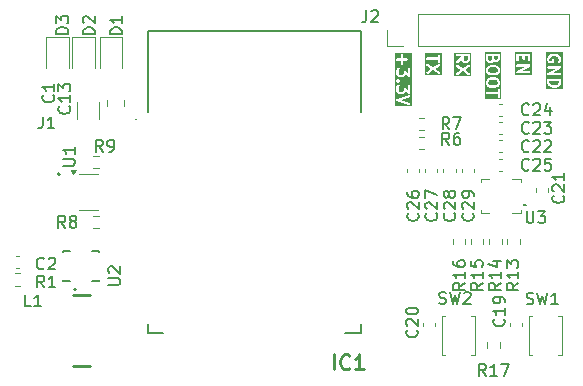
<source format=gto>
G04 #@! TF.GenerationSoftware,KiCad,Pcbnew,9.0.0*
G04 #@! TF.CreationDate,2025-02-24T19:41:20+01:00*
G04 #@! TF.ProjectId,SourceFIle,536f7572-6365-4464-996c-652e6b696361,02*
G04 #@! TF.SameCoordinates,Original*
G04 #@! TF.FileFunction,Legend,Top*
G04 #@! TF.FilePolarity,Positive*
%FSLAX46Y46*%
G04 Gerber Fmt 4.6, Leading zero omitted, Abs format (unit mm)*
G04 Created by KiCad (PCBNEW 9.0.0) date 2025-02-24 19:41:20*
%MOMM*%
%LPD*%
G01*
G04 APERTURE LIST*
%ADD10C,0.200000*%
%ADD11C,0.150000*%
%ADD12C,0.254000*%
%ADD13C,0.120000*%
%ADD14C,0.100000*%
%ADD15C,0.250000*%
%ADD16C,0.127000*%
G04 APERTURE END LIST*
D10*
G36*
X167302780Y-74147018D02*
G01*
X167272975Y-74206627D01*
X167248306Y-74231295D01*
X167188697Y-74261101D01*
X167093054Y-74261101D01*
X167033444Y-74231296D01*
X167008776Y-74206627D01*
X166978971Y-74147017D01*
X166978971Y-73889673D01*
X167302780Y-73889673D01*
X167302780Y-74147018D01*
G37*
G36*
X167613891Y-75572212D02*
G01*
X166191669Y-75572212D01*
X166191669Y-74694540D01*
X166302780Y-74694540D01*
X166310432Y-74732800D01*
X166332143Y-74765220D01*
X166347310Y-74777640D01*
X166722502Y-75027768D01*
X166347310Y-75277896D01*
X166332143Y-75290316D01*
X166310432Y-75322736D01*
X166302780Y-75360996D01*
X166310352Y-75399273D01*
X166331995Y-75431738D01*
X166364415Y-75453449D01*
X166402675Y-75461101D01*
X166440952Y-75453529D01*
X166458250Y-75444306D01*
X166902780Y-75147952D01*
X167347310Y-75444306D01*
X167364608Y-75453529D01*
X167402885Y-75461101D01*
X167441145Y-75453449D01*
X167473565Y-75431738D01*
X167495208Y-75399273D01*
X167502780Y-75360996D01*
X167495128Y-75322736D01*
X167473417Y-75290316D01*
X167458250Y-75277896D01*
X167083057Y-75027768D01*
X167458250Y-74777640D01*
X167473417Y-74765220D01*
X167495128Y-74732800D01*
X167502780Y-74694540D01*
X167495208Y-74656263D01*
X167473565Y-74623798D01*
X167441145Y-74602087D01*
X167402885Y-74594435D01*
X167364608Y-74602007D01*
X167347310Y-74611230D01*
X166902780Y-74907583D01*
X166458250Y-74611230D01*
X166440952Y-74602007D01*
X166402675Y-74594435D01*
X166364415Y-74602087D01*
X166331995Y-74623798D01*
X166310352Y-74656263D01*
X166302780Y-74694540D01*
X166191669Y-74694540D01*
X166191669Y-74363269D01*
X166302803Y-74363269D01*
X166311243Y-74401363D01*
X166333618Y-74433328D01*
X166366523Y-74454297D01*
X166404948Y-74461078D01*
X166443042Y-74452638D01*
X166460126Y-74443024D01*
X166788651Y-74213056D01*
X166789528Y-74215346D01*
X166837147Y-74310584D01*
X166842432Y-74318980D01*
X166843443Y-74321420D01*
X166845696Y-74324166D01*
X166847590Y-74327174D01*
X166849584Y-74328903D01*
X166855879Y-74336574D01*
X166903498Y-74384192D01*
X166911164Y-74390484D01*
X166912897Y-74392482D01*
X166915905Y-74394375D01*
X166918651Y-74396629D01*
X166921091Y-74397639D01*
X166929488Y-74402925D01*
X167024725Y-74450544D01*
X167043034Y-74457550D01*
X167046617Y-74457804D01*
X167049938Y-74459180D01*
X167069447Y-74461101D01*
X167212304Y-74461101D01*
X167231813Y-74459180D01*
X167235133Y-74457804D01*
X167238717Y-74457550D01*
X167257025Y-74450544D01*
X167352263Y-74402925D01*
X167360659Y-74397639D01*
X167363099Y-74396629D01*
X167365845Y-74394375D01*
X167368853Y-74392482D01*
X167370582Y-74390487D01*
X167378253Y-74384193D01*
X167425871Y-74336574D01*
X167432163Y-74328907D01*
X167434161Y-74327175D01*
X167436054Y-74324166D01*
X167438308Y-74321421D01*
X167439318Y-74318980D01*
X167444604Y-74310584D01*
X167492223Y-74215347D01*
X167499229Y-74197038D01*
X167499483Y-74193454D01*
X167500859Y-74190134D01*
X167502780Y-74170625D01*
X167502780Y-73789673D01*
X167500859Y-73770164D01*
X167485927Y-73734116D01*
X167458337Y-73706526D01*
X167422289Y-73691594D01*
X167402780Y-73689673D01*
X166402780Y-73689673D01*
X166383271Y-73691594D01*
X166347223Y-73706526D01*
X166319633Y-73734116D01*
X166304701Y-73770164D01*
X166304701Y-73809182D01*
X166319633Y-73845230D01*
X166347223Y-73872820D01*
X166383271Y-73887752D01*
X166402780Y-73889673D01*
X166778971Y-73889673D01*
X166778971Y-73975702D01*
X166345434Y-74279178D01*
X166330553Y-74291939D01*
X166309584Y-74324844D01*
X166302803Y-74363269D01*
X166191669Y-74363269D01*
X166191669Y-73578562D01*
X167613891Y-73578562D01*
X167613891Y-75572212D01*
G37*
G36*
X162573891Y-78142855D02*
G01*
X161151669Y-78142855D01*
X161151669Y-77586689D01*
X161263565Y-77586689D01*
X161264453Y-77599196D01*
X161263565Y-77611703D01*
X161265824Y-77618481D01*
X161266331Y-77625609D01*
X161271937Y-77636821D01*
X161275903Y-77648719D01*
X161280586Y-77654118D01*
X161283781Y-77660508D01*
X161293252Y-77668723D01*
X161301468Y-77678195D01*
X161307857Y-77681389D01*
X161313257Y-77686073D01*
X161331157Y-77694064D01*
X162331157Y-78027397D01*
X162350272Y-78031744D01*
X162389192Y-78028978D01*
X162424091Y-78011528D01*
X162449656Y-77982052D01*
X162461995Y-77945036D01*
X162459228Y-77906116D01*
X162441779Y-77871217D01*
X162412303Y-77845652D01*
X162394402Y-77837661D01*
X161679007Y-77599196D01*
X162394402Y-77360731D01*
X162412303Y-77352740D01*
X162441779Y-77327175D01*
X162459228Y-77292276D01*
X162461995Y-77253356D01*
X162449656Y-77216340D01*
X162424091Y-77186864D01*
X162389192Y-77169414D01*
X162350272Y-77166648D01*
X162331157Y-77170995D01*
X161331157Y-77504328D01*
X161313257Y-77512319D01*
X161307857Y-77517002D01*
X161301468Y-77520197D01*
X161293252Y-77529668D01*
X161283781Y-77537884D01*
X161280586Y-77544273D01*
X161275903Y-77549673D01*
X161271937Y-77561570D01*
X161266331Y-77572783D01*
X161265824Y-77579910D01*
X161263565Y-77586689D01*
X161151669Y-77586689D01*
X161151669Y-76503958D01*
X161262780Y-76503958D01*
X161262780Y-76789672D01*
X161264701Y-76809181D01*
X161266076Y-76812500D01*
X161266331Y-76816086D01*
X161273338Y-76834394D01*
X161320958Y-76929632D01*
X161326242Y-76938027D01*
X161327253Y-76940467D01*
X161329506Y-76943212D01*
X161331401Y-76946223D01*
X161333397Y-76947954D01*
X161339689Y-76955621D01*
X161387308Y-77003239D01*
X161394974Y-77009531D01*
X161396707Y-77011529D01*
X161399715Y-77013422D01*
X161402461Y-77015676D01*
X161404901Y-77016686D01*
X161413298Y-77021972D01*
X161508535Y-77069591D01*
X161526844Y-77076597D01*
X161530427Y-77076851D01*
X161533748Y-77078227D01*
X161553257Y-77080148D01*
X161791352Y-77080148D01*
X161810861Y-77078227D01*
X161814181Y-77076851D01*
X161817765Y-77076597D01*
X161836073Y-77069591D01*
X161931311Y-77021972D01*
X161939707Y-77016686D01*
X161942147Y-77015676D01*
X161944893Y-77013422D01*
X161947901Y-77011529D01*
X161949630Y-77009534D01*
X161957301Y-77003240D01*
X162004919Y-76955621D01*
X162011211Y-76947954D01*
X162013209Y-76946222D01*
X162015102Y-76943213D01*
X162017356Y-76940468D01*
X162018366Y-76938027D01*
X162023652Y-76929631D01*
X162063076Y-76850783D01*
X162296930Y-77055406D01*
X162305363Y-77061435D01*
X162307223Y-77063295D01*
X162308986Y-77064025D01*
X162312877Y-77066807D01*
X162328265Y-77072011D01*
X162343271Y-77078227D01*
X162346645Y-77078227D01*
X162349838Y-77079307D01*
X162366041Y-77078227D01*
X162382289Y-77078227D01*
X162385404Y-77076936D01*
X162388770Y-77076712D01*
X162403335Y-77069509D01*
X162418337Y-77063295D01*
X162420720Y-77060911D01*
X162423745Y-77059416D01*
X162434449Y-77047182D01*
X162445927Y-77035705D01*
X162447216Y-77032591D01*
X162449439Y-77030052D01*
X162454644Y-77014660D01*
X162460859Y-76999657D01*
X162461327Y-76994897D01*
X162461939Y-76993090D01*
X162461764Y-76990465D01*
X162462780Y-76980148D01*
X162462780Y-76361101D01*
X162460859Y-76341592D01*
X162445927Y-76305544D01*
X162418337Y-76277954D01*
X162382289Y-76263022D01*
X162343271Y-76263022D01*
X162307223Y-76277954D01*
X162279633Y-76305544D01*
X162264701Y-76341592D01*
X162262780Y-76361101D01*
X162262780Y-76759770D01*
X162047678Y-76571557D01*
X162039244Y-76565527D01*
X162037385Y-76563668D01*
X162035621Y-76562937D01*
X162031731Y-76560156D01*
X162016342Y-76554951D01*
X162001337Y-76548736D01*
X161997963Y-76548736D01*
X161994770Y-76547656D01*
X161978567Y-76548736D01*
X161962319Y-76548736D01*
X161959203Y-76550026D01*
X161955838Y-76550251D01*
X161941277Y-76557451D01*
X161926271Y-76563668D01*
X161923886Y-76566052D01*
X161920863Y-76567548D01*
X161910165Y-76579773D01*
X161898681Y-76591258D01*
X161897390Y-76594372D01*
X161895169Y-76596912D01*
X161889964Y-76612300D01*
X161883749Y-76627306D01*
X161883280Y-76632065D01*
X161882669Y-76633873D01*
X161882843Y-76636497D01*
X161881828Y-76646815D01*
X161881828Y-76766065D01*
X161852023Y-76825674D01*
X161827354Y-76850342D01*
X161767745Y-76880148D01*
X161576864Y-76880148D01*
X161517254Y-76850343D01*
X161492583Y-76825672D01*
X161462780Y-76766065D01*
X161462780Y-76527564D01*
X161492583Y-76467957D01*
X161528729Y-76431812D01*
X161541166Y-76416659D01*
X161556097Y-76380610D01*
X161556097Y-76341592D01*
X161541166Y-76305544D01*
X161513576Y-76277954D01*
X161477528Y-76263023D01*
X161438510Y-76263023D01*
X161402461Y-76277954D01*
X161387308Y-76290391D01*
X161339689Y-76338009D01*
X161333397Y-76345675D01*
X161331401Y-76347407D01*
X161329506Y-76350417D01*
X161327253Y-76353163D01*
X161326242Y-76355602D01*
X161320958Y-76363998D01*
X161273338Y-76459236D01*
X161266331Y-76477544D01*
X161266076Y-76481129D01*
X161264701Y-76484449D01*
X161262780Y-76503958D01*
X161151669Y-76503958D01*
X161151669Y-75960640D01*
X161264701Y-75960640D01*
X161264701Y-75999658D01*
X161266185Y-76003241D01*
X161279632Y-76035706D01*
X161279633Y-76035707D01*
X161292070Y-76050860D01*
X161339690Y-76098479D01*
X161354843Y-76110916D01*
X161380333Y-76121473D01*
X161390891Y-76125847D01*
X161390892Y-76125847D01*
X161429909Y-76125847D01*
X161451026Y-76117099D01*
X161465958Y-76110915D01*
X161465962Y-76110910D01*
X161481111Y-76098479D01*
X161528729Y-76050860D01*
X161541166Y-76035707D01*
X161552535Y-76008259D01*
X161556098Y-75999658D01*
X161556098Y-75960640D01*
X161541166Y-75924592D01*
X161541166Y-75924591D01*
X161528729Y-75909438D01*
X161481111Y-75861819D01*
X161465962Y-75849387D01*
X161465958Y-75849383D01*
X161451026Y-75843198D01*
X161429909Y-75834451D01*
X161390891Y-75834451D01*
X161380333Y-75838824D01*
X161354843Y-75849382D01*
X161339690Y-75861819D01*
X161292070Y-75909438D01*
X161279633Y-75924591D01*
X161279632Y-75924592D01*
X161269074Y-75950082D01*
X161264701Y-75960640D01*
X161151669Y-75960640D01*
X161151669Y-75075387D01*
X161262780Y-75075387D01*
X161262780Y-75361101D01*
X161264701Y-75380610D01*
X161266076Y-75383929D01*
X161266331Y-75387515D01*
X161273338Y-75405823D01*
X161320958Y-75501061D01*
X161326242Y-75509456D01*
X161327253Y-75511896D01*
X161329506Y-75514641D01*
X161331401Y-75517652D01*
X161333397Y-75519383D01*
X161339689Y-75527050D01*
X161387308Y-75574668D01*
X161394974Y-75580960D01*
X161396707Y-75582958D01*
X161399715Y-75584851D01*
X161402461Y-75587105D01*
X161404901Y-75588115D01*
X161413298Y-75593401D01*
X161508535Y-75641020D01*
X161526844Y-75648026D01*
X161530427Y-75648280D01*
X161533748Y-75649656D01*
X161553257Y-75651577D01*
X161791352Y-75651577D01*
X161810861Y-75649656D01*
X161814181Y-75648280D01*
X161817765Y-75648026D01*
X161836073Y-75641020D01*
X161931311Y-75593401D01*
X161939707Y-75588115D01*
X161942147Y-75587105D01*
X161944893Y-75584851D01*
X161947901Y-75582958D01*
X161949630Y-75580963D01*
X161957301Y-75574669D01*
X162004919Y-75527050D01*
X162011211Y-75519383D01*
X162013209Y-75517651D01*
X162015102Y-75514642D01*
X162017356Y-75511897D01*
X162018366Y-75509456D01*
X162023652Y-75501060D01*
X162063076Y-75422212D01*
X162296930Y-75626835D01*
X162305363Y-75632864D01*
X162307223Y-75634724D01*
X162308986Y-75635454D01*
X162312877Y-75638236D01*
X162328265Y-75643440D01*
X162343271Y-75649656D01*
X162346645Y-75649656D01*
X162349838Y-75650736D01*
X162366041Y-75649656D01*
X162382289Y-75649656D01*
X162385404Y-75648365D01*
X162388770Y-75648141D01*
X162403335Y-75640938D01*
X162418337Y-75634724D01*
X162420720Y-75632340D01*
X162423745Y-75630845D01*
X162434449Y-75618611D01*
X162445927Y-75607134D01*
X162447216Y-75604020D01*
X162449439Y-75601481D01*
X162454644Y-75586089D01*
X162460859Y-75571086D01*
X162461327Y-75566326D01*
X162461939Y-75564519D01*
X162461764Y-75561894D01*
X162462780Y-75551577D01*
X162462780Y-74932530D01*
X162460859Y-74913021D01*
X162445927Y-74876973D01*
X162418337Y-74849383D01*
X162382289Y-74834451D01*
X162343271Y-74834451D01*
X162307223Y-74849383D01*
X162279633Y-74876973D01*
X162264701Y-74913021D01*
X162262780Y-74932530D01*
X162262780Y-75331199D01*
X162047678Y-75142986D01*
X162039244Y-75136956D01*
X162037385Y-75135097D01*
X162035621Y-75134366D01*
X162031731Y-75131585D01*
X162016342Y-75126380D01*
X162001337Y-75120165D01*
X161997963Y-75120165D01*
X161994770Y-75119085D01*
X161978567Y-75120165D01*
X161962319Y-75120165D01*
X161959203Y-75121455D01*
X161955838Y-75121680D01*
X161941277Y-75128880D01*
X161926271Y-75135097D01*
X161923886Y-75137481D01*
X161920863Y-75138977D01*
X161910165Y-75151202D01*
X161898681Y-75162687D01*
X161897390Y-75165801D01*
X161895169Y-75168341D01*
X161889964Y-75183729D01*
X161883749Y-75198735D01*
X161883280Y-75203494D01*
X161882669Y-75205302D01*
X161882843Y-75207926D01*
X161881828Y-75218244D01*
X161881828Y-75337494D01*
X161852023Y-75397103D01*
X161827354Y-75421771D01*
X161767745Y-75451577D01*
X161576864Y-75451577D01*
X161517254Y-75421772D01*
X161492583Y-75397101D01*
X161462780Y-75337494D01*
X161462780Y-75098993D01*
X161492583Y-75039386D01*
X161528729Y-75003241D01*
X161541166Y-74988088D01*
X161556097Y-74952039D01*
X161556097Y-74913021D01*
X161541166Y-74876973D01*
X161513576Y-74849383D01*
X161477528Y-74834452D01*
X161438510Y-74834452D01*
X161402461Y-74849383D01*
X161387308Y-74861820D01*
X161339689Y-74909438D01*
X161333397Y-74917104D01*
X161331401Y-74918836D01*
X161329506Y-74921846D01*
X161327253Y-74924592D01*
X161326242Y-74927031D01*
X161320958Y-74935427D01*
X161273338Y-75030665D01*
X161266331Y-75048973D01*
X161266076Y-75052558D01*
X161264701Y-75055878D01*
X161262780Y-75075387D01*
X161151669Y-75075387D01*
X161151669Y-74151116D01*
X161264701Y-74151116D01*
X161264701Y-74190134D01*
X161279633Y-74226182D01*
X161307223Y-74253772D01*
X161343271Y-74268704D01*
X161362780Y-74270625D01*
X161643733Y-74270625D01*
X161643733Y-74551578D01*
X161645654Y-74571087D01*
X161660586Y-74607135D01*
X161688176Y-74634725D01*
X161724224Y-74649657D01*
X161763242Y-74649657D01*
X161799290Y-74634725D01*
X161826880Y-74607135D01*
X161841812Y-74571087D01*
X161843733Y-74551578D01*
X161843733Y-74270625D01*
X162124685Y-74270625D01*
X162144194Y-74268704D01*
X162180242Y-74253772D01*
X162207832Y-74226182D01*
X162222764Y-74190134D01*
X162222764Y-74151116D01*
X162207832Y-74115068D01*
X162180242Y-74087478D01*
X162144194Y-74072546D01*
X162124685Y-74070625D01*
X161843733Y-74070625D01*
X161843733Y-73789673D01*
X161841812Y-73770164D01*
X161826880Y-73734116D01*
X161799290Y-73706526D01*
X161763242Y-73691594D01*
X161724224Y-73691594D01*
X161688176Y-73706526D01*
X161660586Y-73734116D01*
X161645654Y-73770164D01*
X161643733Y-73789673D01*
X161643733Y-74070625D01*
X161362780Y-74070625D01*
X161343271Y-74072546D01*
X161307223Y-74087478D01*
X161279633Y-74115068D01*
X161264701Y-74151116D01*
X161151669Y-74151116D01*
X161151669Y-73580483D01*
X162573891Y-73580483D01*
X162573891Y-78142855D01*
G37*
G36*
X175032780Y-76099160D02*
G01*
X174997758Y-76204224D01*
X174930686Y-76271296D01*
X174859780Y-76306749D01*
X174691899Y-76348720D01*
X174573661Y-76348720D01*
X174405780Y-76306749D01*
X174334875Y-76271297D01*
X174267802Y-76204224D01*
X174232780Y-76099159D01*
X174232780Y-75977292D01*
X175032780Y-75977292D01*
X175032780Y-76099160D01*
G37*
G36*
X175343891Y-76659831D02*
G01*
X173921669Y-76659831D01*
X173921669Y-75877292D01*
X174032780Y-75877292D01*
X174032780Y-76115387D01*
X174033752Y-76125260D01*
X174033565Y-76127895D01*
X174034352Y-76131358D01*
X174034701Y-76134896D01*
X174035712Y-76137337D01*
X174037912Y-76147010D01*
X174085532Y-76289868D01*
X174093524Y-76307768D01*
X174095878Y-76310482D01*
X174097253Y-76313801D01*
X174109689Y-76328955D01*
X174204927Y-76424193D01*
X174212593Y-76430484D01*
X174214326Y-76432482D01*
X174217337Y-76434377D01*
X174220081Y-76436629D01*
X174222518Y-76437638D01*
X174230917Y-76442925D01*
X174326154Y-76490544D01*
X174327582Y-76491090D01*
X174328162Y-76491520D01*
X174336338Y-76494441D01*
X174344463Y-76497550D01*
X174345183Y-76497601D01*
X174346622Y-76498115D01*
X174537098Y-76545734D01*
X174540479Y-76546234D01*
X174541843Y-76546799D01*
X174549193Y-76547522D01*
X174556491Y-76548602D01*
X174557949Y-76548384D01*
X174561352Y-76548720D01*
X174704209Y-76548720D01*
X174707611Y-76548384D01*
X174709070Y-76548602D01*
X174716367Y-76547522D01*
X174723718Y-76546799D01*
X174725081Y-76546234D01*
X174728463Y-76545734D01*
X174918938Y-76498115D01*
X174920375Y-76497601D01*
X174921098Y-76497550D01*
X174929222Y-76494441D01*
X174937399Y-76491520D01*
X174937979Y-76491089D01*
X174939406Y-76490544D01*
X175034644Y-76442925D01*
X175043040Y-76437639D01*
X175045480Y-76436629D01*
X175048226Y-76434375D01*
X175051234Y-76432482D01*
X175052963Y-76430487D01*
X175060634Y-76424193D01*
X175155872Y-76328955D01*
X175168308Y-76313801D01*
X175169682Y-76310482D01*
X175172038Y-76307767D01*
X175180029Y-76289867D01*
X175227648Y-76147010D01*
X175229847Y-76137337D01*
X175230859Y-76134896D01*
X175231207Y-76131358D01*
X175231995Y-76127895D01*
X175231807Y-76125260D01*
X175232780Y-76115387D01*
X175232780Y-75877292D01*
X175230859Y-75857783D01*
X175215927Y-75821735D01*
X175188337Y-75794145D01*
X175152289Y-75779213D01*
X175132780Y-75777292D01*
X174132780Y-75777292D01*
X174113271Y-75779213D01*
X174077223Y-75794145D01*
X174049633Y-75821735D01*
X174034701Y-75857783D01*
X174032780Y-75877292D01*
X173921669Y-75877292D01*
X173921669Y-75394116D01*
X174033024Y-75394116D01*
X174034701Y-75407309D01*
X174034701Y-75420610D01*
X174037140Y-75426498D01*
X174037944Y-75432823D01*
X174044544Y-75444372D01*
X174049633Y-75456658D01*
X174054140Y-75461165D01*
X174057303Y-75466700D01*
X174067817Y-75474842D01*
X174077223Y-75484248D01*
X174083113Y-75486687D01*
X174088152Y-75490590D01*
X174100980Y-75494088D01*
X174113271Y-75499180D01*
X174123248Y-75500162D01*
X174125795Y-75500857D01*
X174127762Y-75500606D01*
X174132780Y-75501101D01*
X175132780Y-75501101D01*
X175152289Y-75499180D01*
X175188337Y-75484248D01*
X175215927Y-75456658D01*
X175230859Y-75420610D01*
X175230859Y-75381592D01*
X175215927Y-75345544D01*
X175188337Y-75317954D01*
X175152289Y-75303022D01*
X175132780Y-75301101D01*
X174509336Y-75301101D01*
X175182394Y-74916497D01*
X175186504Y-74913578D01*
X175188337Y-74912820D01*
X175190203Y-74910953D01*
X175198379Y-74905150D01*
X175206523Y-74894633D01*
X175215927Y-74885230D01*
X175218365Y-74879342D01*
X175222270Y-74874301D01*
X175225769Y-74861468D01*
X175230859Y-74849182D01*
X175230859Y-74842806D01*
X175232536Y-74836657D01*
X175230859Y-74823463D01*
X175230859Y-74810164D01*
X175228419Y-74804275D01*
X175227616Y-74797951D01*
X175221015Y-74786401D01*
X175215927Y-74774116D01*
X175211419Y-74769608D01*
X175208257Y-74764074D01*
X175197740Y-74755929D01*
X175188337Y-74746526D01*
X175182449Y-74744087D01*
X175177408Y-74740183D01*
X175164575Y-74736683D01*
X175152289Y-74731594D01*
X175142311Y-74730611D01*
X175139765Y-74729917D01*
X175137797Y-74730167D01*
X175132780Y-74729673D01*
X174132780Y-74729673D01*
X174113271Y-74731594D01*
X174077223Y-74746526D01*
X174049633Y-74774116D01*
X174034701Y-74810164D01*
X174034701Y-74849182D01*
X174049633Y-74885230D01*
X174077223Y-74912820D01*
X174113271Y-74927752D01*
X174132780Y-74929673D01*
X174756224Y-74929673D01*
X174083166Y-75314277D01*
X174079055Y-75317195D01*
X174077223Y-75317954D01*
X174075356Y-75319820D01*
X174067181Y-75325624D01*
X174059038Y-75336138D01*
X174049633Y-75345544D01*
X174047193Y-75351434D01*
X174043291Y-75356473D01*
X174039792Y-75369301D01*
X174034701Y-75381592D01*
X174034701Y-75387967D01*
X174033024Y-75394116D01*
X173921669Y-75394116D01*
X173921669Y-74115387D01*
X174032780Y-74115387D01*
X174032780Y-74210625D01*
X174033752Y-74220498D01*
X174033565Y-74223133D01*
X174034352Y-74226596D01*
X174034701Y-74230134D01*
X174035712Y-74232575D01*
X174037912Y-74242248D01*
X174085532Y-74385106D01*
X174093524Y-74403006D01*
X174095878Y-74405720D01*
X174097253Y-74409039D01*
X174109689Y-74424193D01*
X174157308Y-74471811D01*
X174172461Y-74484248D01*
X174183019Y-74488621D01*
X174208510Y-74499180D01*
X174228019Y-74501101D01*
X174561352Y-74501101D01*
X174580861Y-74499180D01*
X174616909Y-74484248D01*
X174644499Y-74456658D01*
X174659431Y-74420610D01*
X174661352Y-74401101D01*
X174661352Y-74210625D01*
X174659431Y-74191116D01*
X174644499Y-74155068D01*
X174616909Y-74127478D01*
X174580861Y-74112546D01*
X174541843Y-74112546D01*
X174505795Y-74127478D01*
X174478205Y-74155068D01*
X174463273Y-74191116D01*
X174461352Y-74210625D01*
X174461352Y-74301101D01*
X174269441Y-74301101D01*
X174267802Y-74299462D01*
X174232780Y-74194397D01*
X174232780Y-74131614D01*
X174267802Y-74026549D01*
X174334875Y-73959477D01*
X174405780Y-73924024D01*
X174573661Y-73882054D01*
X174691899Y-73882054D01*
X174859780Y-73924024D01*
X174930686Y-73959477D01*
X174997758Y-74026549D01*
X175032780Y-74131613D01*
X175032780Y-74234637D01*
X174995718Y-74308761D01*
X174988712Y-74327069D01*
X174985946Y-74365989D01*
X174998285Y-74403005D01*
X175023849Y-74432482D01*
X175058748Y-74449931D01*
X175097668Y-74452697D01*
X175134684Y-74440358D01*
X175164161Y-74414794D01*
X175174604Y-74398203D01*
X175222223Y-74302966D01*
X175229229Y-74284657D01*
X175229483Y-74281073D01*
X175230859Y-74277753D01*
X175232780Y-74258244D01*
X175232780Y-74115387D01*
X175231807Y-74105513D01*
X175231995Y-74102879D01*
X175231207Y-74099415D01*
X175230859Y-74095878D01*
X175229847Y-74093436D01*
X175227648Y-74083764D01*
X175180029Y-73940907D01*
X175172038Y-73923007D01*
X175169682Y-73920291D01*
X175168308Y-73916973D01*
X175155872Y-73901819D01*
X175060634Y-73806581D01*
X175052963Y-73800286D01*
X175051234Y-73798292D01*
X175048226Y-73796398D01*
X175045480Y-73794145D01*
X175043040Y-73793134D01*
X175034644Y-73787849D01*
X174939406Y-73740230D01*
X174937979Y-73739684D01*
X174937399Y-73739254D01*
X174929222Y-73736332D01*
X174921098Y-73733224D01*
X174920375Y-73733172D01*
X174918938Y-73732659D01*
X174728463Y-73685040D01*
X174725081Y-73684539D01*
X174723718Y-73683975D01*
X174716367Y-73683251D01*
X174709070Y-73682172D01*
X174707611Y-73682389D01*
X174704209Y-73682054D01*
X174561352Y-73682054D01*
X174557949Y-73682389D01*
X174556491Y-73682172D01*
X174549193Y-73683251D01*
X174541843Y-73683975D01*
X174540479Y-73684539D01*
X174537098Y-73685040D01*
X174346622Y-73732659D01*
X174345183Y-73733172D01*
X174344463Y-73733224D01*
X174336338Y-73736332D01*
X174328162Y-73739254D01*
X174327582Y-73739683D01*
X174326154Y-73740230D01*
X174230917Y-73787849D01*
X174222518Y-73793135D01*
X174220081Y-73794145D01*
X174217337Y-73796396D01*
X174214326Y-73798292D01*
X174212593Y-73800289D01*
X174204927Y-73806581D01*
X174109689Y-73901819D01*
X174097253Y-73916973D01*
X174095878Y-73920291D01*
X174093524Y-73923006D01*
X174085532Y-73940906D01*
X174037912Y-74083764D01*
X174035712Y-74093436D01*
X174034701Y-74095878D01*
X174034352Y-74099415D01*
X174033565Y-74102879D01*
X174033752Y-74105513D01*
X174032780Y-74115387D01*
X173921669Y-74115387D01*
X173921669Y-73570943D01*
X175343891Y-73570943D01*
X175343891Y-76659831D01*
G37*
G36*
X169758797Y-75917588D02*
G01*
X169822976Y-75981767D01*
X169852780Y-76041375D01*
X169852780Y-76184637D01*
X169822976Y-76244245D01*
X169758797Y-76308424D01*
X169607137Y-76346339D01*
X169298423Y-76346339D01*
X169146764Y-76308424D01*
X169082583Y-76244243D01*
X169052780Y-76184637D01*
X169052780Y-76041374D01*
X169082583Y-75981768D01*
X169146764Y-75917587D01*
X169298423Y-75879673D01*
X169607137Y-75879673D01*
X169758797Y-75917588D01*
G37*
G36*
X169758797Y-74869969D02*
G01*
X169822976Y-74934148D01*
X169852780Y-74993756D01*
X169852780Y-75137018D01*
X169822976Y-75196626D01*
X169758797Y-75260805D01*
X169607137Y-75298720D01*
X169298423Y-75298720D01*
X169146764Y-75260805D01*
X169082583Y-75196624D01*
X169052780Y-75137018D01*
X169052780Y-74993755D01*
X169082583Y-74934149D01*
X169146764Y-74869968D01*
X169298423Y-74832054D01*
X169607137Y-74832054D01*
X169758797Y-74869969D01*
G37*
G36*
X169376590Y-74096779D02*
G01*
X169341568Y-74201844D01*
X169322116Y-74221295D01*
X169262507Y-74251101D01*
X169166864Y-74251101D01*
X169107254Y-74221296D01*
X169082583Y-74196625D01*
X169052780Y-74137018D01*
X169052780Y-73879673D01*
X169376590Y-73879673D01*
X169376590Y-74096779D01*
G37*
G36*
X169852780Y-74089399D02*
G01*
X169822975Y-74149008D01*
X169798306Y-74173676D01*
X169738697Y-74203482D01*
X169690673Y-74203482D01*
X169631063Y-74173677D01*
X169606395Y-74149008D01*
X169576590Y-74089398D01*
X169576590Y-73879673D01*
X169852780Y-73879673D01*
X169852780Y-74089399D01*
G37*
G36*
X170163891Y-77512672D02*
G01*
X168741669Y-77512672D01*
X168741669Y-76998259D01*
X168854701Y-76998259D01*
X168854701Y-77037277D01*
X168869633Y-77073325D01*
X168897223Y-77100915D01*
X168933271Y-77115847D01*
X168952780Y-77117768D01*
X169852780Y-77117768D01*
X169852780Y-77303482D01*
X169854701Y-77322991D01*
X169869633Y-77359039D01*
X169897223Y-77386629D01*
X169933271Y-77401561D01*
X169972289Y-77401561D01*
X170008337Y-77386629D01*
X170035927Y-77359039D01*
X170050859Y-77322991D01*
X170052780Y-77303482D01*
X170052780Y-76732054D01*
X170050859Y-76712545D01*
X170035927Y-76676497D01*
X170008337Y-76648907D01*
X169972289Y-76633975D01*
X169933271Y-76633975D01*
X169897223Y-76648907D01*
X169869633Y-76676497D01*
X169854701Y-76712545D01*
X169852780Y-76732054D01*
X169852780Y-76917768D01*
X168952780Y-76917768D01*
X168933271Y-76919689D01*
X168897223Y-76934621D01*
X168869633Y-76962211D01*
X168854701Y-76998259D01*
X168741669Y-76998259D01*
X168741669Y-76017768D01*
X168852780Y-76017768D01*
X168852780Y-76208244D01*
X168854701Y-76227753D01*
X168856076Y-76231072D01*
X168856331Y-76234658D01*
X168863338Y-76252966D01*
X168910958Y-76348204D01*
X168916242Y-76356599D01*
X168917253Y-76359039D01*
X168919506Y-76361784D01*
X168921401Y-76364795D01*
X168923397Y-76366526D01*
X168929689Y-76374193D01*
X169024927Y-76469431D01*
X169040081Y-76481867D01*
X169046949Y-76484712D01*
X169052924Y-76489139D01*
X169071384Y-76495734D01*
X169261860Y-76543353D01*
X169265241Y-76543853D01*
X169266605Y-76544418D01*
X169273955Y-76545141D01*
X169281253Y-76546221D01*
X169282711Y-76546003D01*
X169286114Y-76546339D01*
X169619447Y-76546339D01*
X169622849Y-76546003D01*
X169624308Y-76546221D01*
X169631605Y-76545141D01*
X169638956Y-76544418D01*
X169640319Y-76543853D01*
X169643701Y-76543353D01*
X169834176Y-76495734D01*
X169852637Y-76489139D01*
X169858611Y-76484712D01*
X169865480Y-76481867D01*
X169880634Y-76469431D01*
X169975872Y-76374193D01*
X169982163Y-76366526D01*
X169984161Y-76364794D01*
X169986056Y-76361782D01*
X169988308Y-76359039D01*
X169989317Y-76356601D01*
X169994604Y-76348203D01*
X170042223Y-76252966D01*
X170049229Y-76234657D01*
X170049483Y-76231073D01*
X170050859Y-76227753D01*
X170052780Y-76208244D01*
X170052780Y-76017768D01*
X170050859Y-75998259D01*
X170049483Y-75994938D01*
X170049229Y-75991355D01*
X170042223Y-75973046D01*
X169994604Y-75877809D01*
X169989317Y-75869410D01*
X169988308Y-75866973D01*
X169986056Y-75864229D01*
X169984161Y-75861218D01*
X169982163Y-75859485D01*
X169975872Y-75851819D01*
X169880634Y-75756581D01*
X169865480Y-75744145D01*
X169858611Y-75741299D01*
X169852637Y-75736873D01*
X169834176Y-75730278D01*
X169643701Y-75682659D01*
X169640319Y-75682158D01*
X169638956Y-75681594D01*
X169631605Y-75680870D01*
X169624308Y-75679791D01*
X169622849Y-75680008D01*
X169619447Y-75679673D01*
X169286114Y-75679673D01*
X169282711Y-75680008D01*
X169281253Y-75679791D01*
X169273955Y-75680870D01*
X169266605Y-75681594D01*
X169265241Y-75682158D01*
X169261860Y-75682659D01*
X169071384Y-75730278D01*
X169052924Y-75736873D01*
X169046949Y-75741299D01*
X169040081Y-75744145D01*
X169024927Y-75756581D01*
X168929689Y-75851819D01*
X168923397Y-75859485D01*
X168921401Y-75861217D01*
X168919506Y-75864227D01*
X168917253Y-75866973D01*
X168916242Y-75869412D01*
X168910958Y-75877808D01*
X168863338Y-75973046D01*
X168856331Y-75991354D01*
X168856076Y-75994939D01*
X168854701Y-75998259D01*
X168852780Y-76017768D01*
X168741669Y-76017768D01*
X168741669Y-74970149D01*
X168852780Y-74970149D01*
X168852780Y-75160625D01*
X168854701Y-75180134D01*
X168856076Y-75183453D01*
X168856331Y-75187039D01*
X168863338Y-75205347D01*
X168910958Y-75300585D01*
X168916242Y-75308980D01*
X168917253Y-75311420D01*
X168919506Y-75314165D01*
X168921401Y-75317176D01*
X168923397Y-75318907D01*
X168929689Y-75326574D01*
X169024927Y-75421812D01*
X169040081Y-75434248D01*
X169046949Y-75437093D01*
X169052924Y-75441520D01*
X169071384Y-75448115D01*
X169261860Y-75495734D01*
X169265241Y-75496234D01*
X169266605Y-75496799D01*
X169273955Y-75497522D01*
X169281253Y-75498602D01*
X169282711Y-75498384D01*
X169286114Y-75498720D01*
X169619447Y-75498720D01*
X169622849Y-75498384D01*
X169624308Y-75498602D01*
X169631605Y-75497522D01*
X169638956Y-75496799D01*
X169640319Y-75496234D01*
X169643701Y-75495734D01*
X169834176Y-75448115D01*
X169852637Y-75441520D01*
X169858611Y-75437093D01*
X169865480Y-75434248D01*
X169880634Y-75421812D01*
X169975872Y-75326574D01*
X169982163Y-75318907D01*
X169984161Y-75317175D01*
X169986056Y-75314163D01*
X169988308Y-75311420D01*
X169989317Y-75308982D01*
X169994604Y-75300584D01*
X170042223Y-75205347D01*
X170049229Y-75187038D01*
X170049483Y-75183454D01*
X170050859Y-75180134D01*
X170052780Y-75160625D01*
X170052780Y-74970149D01*
X170050859Y-74950640D01*
X170049483Y-74947319D01*
X170049229Y-74943736D01*
X170042223Y-74925427D01*
X169994604Y-74830190D01*
X169989317Y-74821791D01*
X169988308Y-74819354D01*
X169986056Y-74816610D01*
X169984161Y-74813599D01*
X169982163Y-74811866D01*
X169975872Y-74804200D01*
X169880634Y-74708962D01*
X169865480Y-74696526D01*
X169858611Y-74693680D01*
X169852637Y-74689254D01*
X169834176Y-74682659D01*
X169643701Y-74635040D01*
X169640319Y-74634539D01*
X169638956Y-74633975D01*
X169631605Y-74633251D01*
X169624308Y-74632172D01*
X169622849Y-74632389D01*
X169619447Y-74632054D01*
X169286114Y-74632054D01*
X169282711Y-74632389D01*
X169281253Y-74632172D01*
X169273955Y-74633251D01*
X169266605Y-74633975D01*
X169265241Y-74634539D01*
X169261860Y-74635040D01*
X169071384Y-74682659D01*
X169052924Y-74689254D01*
X169046949Y-74693680D01*
X169040081Y-74696526D01*
X169024927Y-74708962D01*
X168929689Y-74804200D01*
X168923397Y-74811866D01*
X168921401Y-74813598D01*
X168919506Y-74816608D01*
X168917253Y-74819354D01*
X168916242Y-74821793D01*
X168910958Y-74830189D01*
X168863338Y-74925427D01*
X168856331Y-74943735D01*
X168856076Y-74947320D01*
X168854701Y-74950640D01*
X168852780Y-74970149D01*
X168741669Y-74970149D01*
X168741669Y-73779673D01*
X168852780Y-73779673D01*
X168852780Y-74160625D01*
X168854701Y-74180134D01*
X168856076Y-74183453D01*
X168856331Y-74187039D01*
X168863338Y-74205347D01*
X168910958Y-74300585D01*
X168916242Y-74308980D01*
X168917253Y-74311420D01*
X168919506Y-74314165D01*
X168921401Y-74317176D01*
X168923397Y-74318907D01*
X168929689Y-74326574D01*
X168977308Y-74374192D01*
X168984974Y-74380484D01*
X168986707Y-74382482D01*
X168989715Y-74384375D01*
X168992461Y-74386629D01*
X168994901Y-74387639D01*
X169003298Y-74392925D01*
X169098535Y-74440544D01*
X169116844Y-74447550D01*
X169120427Y-74447804D01*
X169123748Y-74449180D01*
X169143257Y-74451101D01*
X169286114Y-74451101D01*
X169305623Y-74449180D01*
X169308943Y-74447804D01*
X169312527Y-74447550D01*
X169330835Y-74440544D01*
X169426073Y-74392925D01*
X169434469Y-74387639D01*
X169436909Y-74386629D01*
X169439655Y-74384375D01*
X169442663Y-74382482D01*
X169444392Y-74380487D01*
X169452063Y-74374193D01*
X169499681Y-74326574D01*
X169500328Y-74325784D01*
X169501117Y-74326573D01*
X169508783Y-74332865D01*
X169510516Y-74334863D01*
X169513524Y-74336756D01*
X169516270Y-74339010D01*
X169518710Y-74340020D01*
X169527107Y-74345306D01*
X169622344Y-74392925D01*
X169640653Y-74399931D01*
X169644236Y-74400185D01*
X169647557Y-74401561D01*
X169667066Y-74403482D01*
X169762304Y-74403482D01*
X169781813Y-74401561D01*
X169785133Y-74400185D01*
X169788717Y-74399931D01*
X169807025Y-74392925D01*
X169902263Y-74345306D01*
X169910659Y-74340020D01*
X169913099Y-74339010D01*
X169915845Y-74336756D01*
X169918853Y-74334863D01*
X169920582Y-74332868D01*
X169928253Y-74326574D01*
X169975871Y-74278955D01*
X169982163Y-74271288D01*
X169984161Y-74269556D01*
X169986054Y-74266547D01*
X169988308Y-74263802D01*
X169989318Y-74261361D01*
X169994604Y-74252965D01*
X170042223Y-74157728D01*
X170049229Y-74139419D01*
X170049483Y-74135835D01*
X170050859Y-74132515D01*
X170052780Y-74113006D01*
X170052780Y-73779673D01*
X170050859Y-73760164D01*
X170035927Y-73724116D01*
X170008337Y-73696526D01*
X169972289Y-73681594D01*
X169952780Y-73679673D01*
X168952780Y-73679673D01*
X168933271Y-73681594D01*
X168897223Y-73696526D01*
X168869633Y-73724116D01*
X168854701Y-73760164D01*
X168852780Y-73779673D01*
X168741669Y-73779673D01*
X168741669Y-73568562D01*
X170163891Y-73568562D01*
X170163891Y-77512672D01*
G37*
G36*
X165113891Y-75484117D02*
G01*
X163691669Y-75484117D01*
X163691669Y-74606445D01*
X163802780Y-74606445D01*
X163810432Y-74644705D01*
X163832143Y-74677125D01*
X163847310Y-74689545D01*
X164222502Y-74939673D01*
X163847310Y-75189801D01*
X163832143Y-75202221D01*
X163810432Y-75234641D01*
X163802780Y-75272901D01*
X163810352Y-75311178D01*
X163831995Y-75343643D01*
X163864415Y-75365354D01*
X163902675Y-75373006D01*
X163940952Y-75365434D01*
X163958250Y-75356211D01*
X164402780Y-75059857D01*
X164847310Y-75356211D01*
X164864608Y-75365434D01*
X164902885Y-75373006D01*
X164941145Y-75365354D01*
X164973565Y-75343643D01*
X164995208Y-75311178D01*
X165002780Y-75272901D01*
X164995128Y-75234641D01*
X164973417Y-75202221D01*
X164958250Y-75189801D01*
X164583057Y-74939673D01*
X164958250Y-74689545D01*
X164973417Y-74677125D01*
X164995128Y-74644705D01*
X165002780Y-74606445D01*
X164995208Y-74568168D01*
X164973565Y-74535703D01*
X164941145Y-74513992D01*
X164902885Y-74506340D01*
X164864608Y-74513912D01*
X164847310Y-74523135D01*
X164402780Y-74819488D01*
X163958250Y-74523135D01*
X163940952Y-74513912D01*
X163902675Y-74506340D01*
X163864415Y-74513992D01*
X163831995Y-74535703D01*
X163810352Y-74568168D01*
X163802780Y-74606445D01*
X163691669Y-74606445D01*
X163691669Y-74063021D01*
X163804701Y-74063021D01*
X163804701Y-74102039D01*
X163819633Y-74138087D01*
X163847223Y-74165677D01*
X163883271Y-74180609D01*
X163902780Y-74182530D01*
X164802780Y-74182530D01*
X164802780Y-74368244D01*
X164804701Y-74387753D01*
X164819633Y-74423801D01*
X164847223Y-74451391D01*
X164883271Y-74466323D01*
X164922289Y-74466323D01*
X164958337Y-74451391D01*
X164985927Y-74423801D01*
X165000859Y-74387753D01*
X165002780Y-74368244D01*
X165002780Y-73796816D01*
X165000859Y-73777307D01*
X164985927Y-73741259D01*
X164958337Y-73713669D01*
X164922289Y-73698737D01*
X164883271Y-73698737D01*
X164847223Y-73713669D01*
X164819633Y-73741259D01*
X164804701Y-73777307D01*
X164802780Y-73796816D01*
X164802780Y-73982530D01*
X163902780Y-73982530D01*
X163883271Y-73984451D01*
X163847223Y-73999383D01*
X163819633Y-74026973D01*
X163804701Y-74063021D01*
X163691669Y-74063021D01*
X163691669Y-73587626D01*
X165113891Y-73587626D01*
X165113891Y-75484117D01*
G37*
G36*
X172733891Y-75456974D02*
G01*
X171311669Y-75456974D01*
X171311669Y-75238878D01*
X171423024Y-75238878D01*
X171424701Y-75252071D01*
X171424701Y-75265372D01*
X171427140Y-75271260D01*
X171427944Y-75277585D01*
X171434544Y-75289134D01*
X171439633Y-75301420D01*
X171444140Y-75305927D01*
X171447303Y-75311462D01*
X171457817Y-75319604D01*
X171467223Y-75329010D01*
X171473113Y-75331449D01*
X171478152Y-75335352D01*
X171490980Y-75338850D01*
X171503271Y-75343942D01*
X171513248Y-75344924D01*
X171515795Y-75345619D01*
X171517762Y-75345368D01*
X171522780Y-75345863D01*
X172522780Y-75345863D01*
X172542289Y-75343942D01*
X172578337Y-75329010D01*
X172605927Y-75301420D01*
X172620859Y-75265372D01*
X172620859Y-75226354D01*
X172605927Y-75190306D01*
X172578337Y-75162716D01*
X172542289Y-75147784D01*
X172522780Y-75145863D01*
X171899336Y-75145863D01*
X172572394Y-74761259D01*
X172576504Y-74758340D01*
X172578337Y-74757582D01*
X172580203Y-74755715D01*
X172588379Y-74749912D01*
X172596523Y-74739395D01*
X172605927Y-74729992D01*
X172608365Y-74724104D01*
X172612270Y-74719063D01*
X172615769Y-74706230D01*
X172620859Y-74693944D01*
X172620859Y-74687568D01*
X172622536Y-74681419D01*
X172620859Y-74668225D01*
X172620859Y-74654926D01*
X172618419Y-74649037D01*
X172617616Y-74642713D01*
X172611015Y-74631163D01*
X172605927Y-74618878D01*
X172601419Y-74614370D01*
X172598257Y-74608836D01*
X172587740Y-74600691D01*
X172578337Y-74591288D01*
X172572449Y-74588849D01*
X172567408Y-74584945D01*
X172554575Y-74581445D01*
X172542289Y-74576356D01*
X172532311Y-74575373D01*
X172529765Y-74574679D01*
X172527797Y-74574929D01*
X172522780Y-74574435D01*
X171522780Y-74574435D01*
X171503271Y-74576356D01*
X171467223Y-74591288D01*
X171439633Y-74618878D01*
X171424701Y-74654926D01*
X171424701Y-74693944D01*
X171439633Y-74729992D01*
X171467223Y-74757582D01*
X171503271Y-74772514D01*
X171522780Y-74774435D01*
X172146224Y-74774435D01*
X171473166Y-75159039D01*
X171469055Y-75161957D01*
X171467223Y-75162716D01*
X171465356Y-75164582D01*
X171457181Y-75170386D01*
X171449038Y-75180900D01*
X171439633Y-75190306D01*
X171437193Y-75196196D01*
X171433291Y-75201235D01*
X171429792Y-75214063D01*
X171424701Y-75226354D01*
X171424701Y-75232729D01*
X171423024Y-75238878D01*
X171311669Y-75238878D01*
X171311669Y-73769673D01*
X171422780Y-73769673D01*
X171422780Y-74245863D01*
X171424701Y-74265372D01*
X171439633Y-74301420D01*
X171467223Y-74329010D01*
X171503271Y-74343942D01*
X171542289Y-74343942D01*
X171578337Y-74329010D01*
X171605927Y-74301420D01*
X171620859Y-74265372D01*
X171622780Y-74245863D01*
X171622780Y-73869673D01*
X171946590Y-73869673D01*
X171946590Y-74103006D01*
X171948511Y-74122515D01*
X171963443Y-74158563D01*
X171991033Y-74186153D01*
X172027081Y-74201085D01*
X172066099Y-74201085D01*
X172102147Y-74186153D01*
X172129737Y-74158563D01*
X172144669Y-74122515D01*
X172146590Y-74103006D01*
X172146590Y-73869673D01*
X172422780Y-73869673D01*
X172422780Y-74245863D01*
X172424701Y-74265372D01*
X172439633Y-74301420D01*
X172467223Y-74329010D01*
X172503271Y-74343942D01*
X172542289Y-74343942D01*
X172578337Y-74329010D01*
X172605927Y-74301420D01*
X172620859Y-74265372D01*
X172622780Y-74245863D01*
X172622780Y-73769673D01*
X172620859Y-73750164D01*
X172605927Y-73714116D01*
X172578337Y-73686526D01*
X172542289Y-73671594D01*
X172522780Y-73669673D01*
X171522780Y-73669673D01*
X171503271Y-73671594D01*
X171467223Y-73686526D01*
X171439633Y-73714116D01*
X171424701Y-73750164D01*
X171422780Y-73769673D01*
X171311669Y-73769673D01*
X171311669Y-73558562D01*
X172733891Y-73558562D01*
X172733891Y-75456974D01*
G37*
D11*
X131443333Y-91839580D02*
X131395714Y-91887200D01*
X131395714Y-91887200D02*
X131252857Y-91934819D01*
X131252857Y-91934819D02*
X131157619Y-91934819D01*
X131157619Y-91934819D02*
X131014762Y-91887200D01*
X131014762Y-91887200D02*
X130919524Y-91791961D01*
X130919524Y-91791961D02*
X130871905Y-91696723D01*
X130871905Y-91696723D02*
X130824286Y-91506247D01*
X130824286Y-91506247D02*
X130824286Y-91363390D01*
X130824286Y-91363390D02*
X130871905Y-91172914D01*
X130871905Y-91172914D02*
X130919524Y-91077676D01*
X130919524Y-91077676D02*
X131014762Y-90982438D01*
X131014762Y-90982438D02*
X131157619Y-90934819D01*
X131157619Y-90934819D02*
X131252857Y-90934819D01*
X131252857Y-90934819D02*
X131395714Y-90982438D01*
X131395714Y-90982438D02*
X131443333Y-91030057D01*
X131824286Y-91030057D02*
X131871905Y-90982438D01*
X131871905Y-90982438D02*
X131967143Y-90934819D01*
X131967143Y-90934819D02*
X132205238Y-90934819D01*
X132205238Y-90934819D02*
X132300476Y-90982438D01*
X132300476Y-90982438D02*
X132348095Y-91030057D01*
X132348095Y-91030057D02*
X132395714Y-91125295D01*
X132395714Y-91125295D02*
X132395714Y-91220533D01*
X132395714Y-91220533D02*
X132348095Y-91363390D01*
X132348095Y-91363390D02*
X131776667Y-91934819D01*
X131776667Y-91934819D02*
X132395714Y-91934819D01*
X167732912Y-87189523D02*
X167780532Y-87237142D01*
X167780532Y-87237142D02*
X167828151Y-87379999D01*
X167828151Y-87379999D02*
X167828151Y-87475237D01*
X167828151Y-87475237D02*
X167780532Y-87618094D01*
X167780532Y-87618094D02*
X167685293Y-87713332D01*
X167685293Y-87713332D02*
X167590055Y-87760951D01*
X167590055Y-87760951D02*
X167399579Y-87808570D01*
X167399579Y-87808570D02*
X167256722Y-87808570D01*
X167256722Y-87808570D02*
X167066246Y-87760951D01*
X167066246Y-87760951D02*
X166971008Y-87713332D01*
X166971008Y-87713332D02*
X166875770Y-87618094D01*
X166875770Y-87618094D02*
X166828151Y-87475237D01*
X166828151Y-87475237D02*
X166828151Y-87379999D01*
X166828151Y-87379999D02*
X166875770Y-87237142D01*
X166875770Y-87237142D02*
X166923389Y-87189523D01*
X166923389Y-86808570D02*
X166875770Y-86760951D01*
X166875770Y-86760951D02*
X166828151Y-86665713D01*
X166828151Y-86665713D02*
X166828151Y-86427618D01*
X166828151Y-86427618D02*
X166875770Y-86332380D01*
X166875770Y-86332380D02*
X166923389Y-86284761D01*
X166923389Y-86284761D02*
X167018627Y-86237142D01*
X167018627Y-86237142D02*
X167113865Y-86237142D01*
X167113865Y-86237142D02*
X167256722Y-86284761D01*
X167256722Y-86284761D02*
X167828151Y-86856189D01*
X167828151Y-86856189D02*
X167828151Y-86237142D01*
X167828151Y-85760951D02*
X167828151Y-85570475D01*
X167828151Y-85570475D02*
X167780532Y-85475237D01*
X167780532Y-85475237D02*
X167732912Y-85427618D01*
X167732912Y-85427618D02*
X167590055Y-85332380D01*
X167590055Y-85332380D02*
X167399579Y-85284761D01*
X167399579Y-85284761D02*
X167018627Y-85284761D01*
X167018627Y-85284761D02*
X166923389Y-85332380D01*
X166923389Y-85332380D02*
X166875770Y-85379999D01*
X166875770Y-85379999D02*
X166828151Y-85475237D01*
X166828151Y-85475237D02*
X166828151Y-85665713D01*
X166828151Y-85665713D02*
X166875770Y-85760951D01*
X166875770Y-85760951D02*
X166923389Y-85808570D01*
X166923389Y-85808570D02*
X167018627Y-85856189D01*
X167018627Y-85856189D02*
X167256722Y-85856189D01*
X167256722Y-85856189D02*
X167351960Y-85808570D01*
X167351960Y-85808570D02*
X167399579Y-85760951D01*
X167399579Y-85760951D02*
X167447198Y-85665713D01*
X167447198Y-85665713D02*
X167447198Y-85475237D01*
X167447198Y-85475237D02*
X167399579Y-85379999D01*
X167399579Y-85379999D02*
X167351960Y-85332380D01*
X167351960Y-85332380D02*
X167256722Y-85284761D01*
X170359580Y-96142857D02*
X170407200Y-96190476D01*
X170407200Y-96190476D02*
X170454819Y-96333333D01*
X170454819Y-96333333D02*
X170454819Y-96428571D01*
X170454819Y-96428571D02*
X170407200Y-96571428D01*
X170407200Y-96571428D02*
X170311961Y-96666666D01*
X170311961Y-96666666D02*
X170216723Y-96714285D01*
X170216723Y-96714285D02*
X170026247Y-96761904D01*
X170026247Y-96761904D02*
X169883390Y-96761904D01*
X169883390Y-96761904D02*
X169692914Y-96714285D01*
X169692914Y-96714285D02*
X169597676Y-96666666D01*
X169597676Y-96666666D02*
X169502438Y-96571428D01*
X169502438Y-96571428D02*
X169454819Y-96428571D01*
X169454819Y-96428571D02*
X169454819Y-96333333D01*
X169454819Y-96333333D02*
X169502438Y-96190476D01*
X169502438Y-96190476D02*
X169550057Y-96142857D01*
X170454819Y-95190476D02*
X170454819Y-95761904D01*
X170454819Y-95476190D02*
X169454819Y-95476190D01*
X169454819Y-95476190D02*
X169597676Y-95571428D01*
X169597676Y-95571428D02*
X169692914Y-95666666D01*
X169692914Y-95666666D02*
X169740533Y-95761904D01*
X170454819Y-94714285D02*
X170454819Y-94523809D01*
X170454819Y-94523809D02*
X170407200Y-94428571D01*
X170407200Y-94428571D02*
X170359580Y-94380952D01*
X170359580Y-94380952D02*
X170216723Y-94285714D01*
X170216723Y-94285714D02*
X170026247Y-94238095D01*
X170026247Y-94238095D02*
X169645295Y-94238095D01*
X169645295Y-94238095D02*
X169550057Y-94285714D01*
X169550057Y-94285714D02*
X169502438Y-94333333D01*
X169502438Y-94333333D02*
X169454819Y-94428571D01*
X169454819Y-94428571D02*
X169454819Y-94619047D01*
X169454819Y-94619047D02*
X169502438Y-94714285D01*
X169502438Y-94714285D02*
X169550057Y-94761904D01*
X169550057Y-94761904D02*
X169645295Y-94809523D01*
X169645295Y-94809523D02*
X169883390Y-94809523D01*
X169883390Y-94809523D02*
X169978628Y-94761904D01*
X169978628Y-94761904D02*
X170026247Y-94714285D01*
X170026247Y-94714285D02*
X170073866Y-94619047D01*
X170073866Y-94619047D02*
X170073866Y-94428571D01*
X170073866Y-94428571D02*
X170026247Y-94333333D01*
X170026247Y-94333333D02*
X169978628Y-94285714D01*
X169978628Y-94285714D02*
X169883390Y-94238095D01*
X172492142Y-83472713D02*
X172444523Y-83520333D01*
X172444523Y-83520333D02*
X172301666Y-83567952D01*
X172301666Y-83567952D02*
X172206428Y-83567952D01*
X172206428Y-83567952D02*
X172063571Y-83520333D01*
X172063571Y-83520333D02*
X171968333Y-83425094D01*
X171968333Y-83425094D02*
X171920714Y-83329856D01*
X171920714Y-83329856D02*
X171873095Y-83139380D01*
X171873095Y-83139380D02*
X171873095Y-82996523D01*
X171873095Y-82996523D02*
X171920714Y-82806047D01*
X171920714Y-82806047D02*
X171968333Y-82710809D01*
X171968333Y-82710809D02*
X172063571Y-82615571D01*
X172063571Y-82615571D02*
X172206428Y-82567952D01*
X172206428Y-82567952D02*
X172301666Y-82567952D01*
X172301666Y-82567952D02*
X172444523Y-82615571D01*
X172444523Y-82615571D02*
X172492142Y-82663190D01*
X172873095Y-82663190D02*
X172920714Y-82615571D01*
X172920714Y-82615571D02*
X173015952Y-82567952D01*
X173015952Y-82567952D02*
X173254047Y-82567952D01*
X173254047Y-82567952D02*
X173349285Y-82615571D01*
X173349285Y-82615571D02*
X173396904Y-82663190D01*
X173396904Y-82663190D02*
X173444523Y-82758428D01*
X173444523Y-82758428D02*
X173444523Y-82853666D01*
X173444523Y-82853666D02*
X173396904Y-82996523D01*
X173396904Y-82996523D02*
X172825476Y-83567952D01*
X172825476Y-83567952D02*
X173444523Y-83567952D01*
X174349285Y-82567952D02*
X173873095Y-82567952D01*
X173873095Y-82567952D02*
X173825476Y-83044142D01*
X173825476Y-83044142D02*
X173873095Y-82996523D01*
X173873095Y-82996523D02*
X173968333Y-82948904D01*
X173968333Y-82948904D02*
X174206428Y-82948904D01*
X174206428Y-82948904D02*
X174301666Y-82996523D01*
X174301666Y-82996523D02*
X174349285Y-83044142D01*
X174349285Y-83044142D02*
X174396904Y-83139380D01*
X174396904Y-83139380D02*
X174396904Y-83377475D01*
X174396904Y-83377475D02*
X174349285Y-83472713D01*
X174349285Y-83472713D02*
X174301666Y-83520333D01*
X174301666Y-83520333D02*
X174206428Y-83567952D01*
X174206428Y-83567952D02*
X173968333Y-83567952D01*
X173968333Y-83567952D02*
X173873095Y-83520333D01*
X173873095Y-83520333D02*
X173825476Y-83472713D01*
X131316666Y-78994819D02*
X131316666Y-79709104D01*
X131316666Y-79709104D02*
X131269047Y-79851961D01*
X131269047Y-79851961D02*
X131173809Y-79947200D01*
X131173809Y-79947200D02*
X131030952Y-79994819D01*
X131030952Y-79994819D02*
X130935714Y-79994819D01*
X132316666Y-79994819D02*
X131745238Y-79994819D01*
X132030952Y-79994819D02*
X132030952Y-78994819D01*
X132030952Y-78994819D02*
X131935714Y-79137676D01*
X131935714Y-79137676D02*
X131840476Y-79232914D01*
X131840476Y-79232914D02*
X131745238Y-79280533D01*
D12*
X155970237Y-100404318D02*
X155970237Y-99134318D01*
X157300714Y-100283365D02*
X157240238Y-100343842D01*
X157240238Y-100343842D02*
X157058809Y-100404318D01*
X157058809Y-100404318D02*
X156937857Y-100404318D01*
X156937857Y-100404318D02*
X156756428Y-100343842D01*
X156756428Y-100343842D02*
X156635476Y-100222889D01*
X156635476Y-100222889D02*
X156574999Y-100101937D01*
X156574999Y-100101937D02*
X156514523Y-99860032D01*
X156514523Y-99860032D02*
X156514523Y-99678603D01*
X156514523Y-99678603D02*
X156574999Y-99436699D01*
X156574999Y-99436699D02*
X156635476Y-99315746D01*
X156635476Y-99315746D02*
X156756428Y-99194794D01*
X156756428Y-99194794D02*
X156937857Y-99134318D01*
X156937857Y-99134318D02*
X157058809Y-99134318D01*
X157058809Y-99134318D02*
X157240238Y-99194794D01*
X157240238Y-99194794D02*
X157300714Y-99255270D01*
X158510238Y-100404318D02*
X157784523Y-100404318D01*
X158147380Y-100404318D02*
X158147380Y-99134318D01*
X158147380Y-99134318D02*
X158026428Y-99315746D01*
X158026428Y-99315746D02*
X157905476Y-99436699D01*
X157905476Y-99436699D02*
X157784523Y-99497175D01*
D11*
X158726666Y-69994819D02*
X158726666Y-70709104D01*
X158726666Y-70709104D02*
X158679047Y-70851961D01*
X158679047Y-70851961D02*
X158583809Y-70947200D01*
X158583809Y-70947200D02*
X158440952Y-70994819D01*
X158440952Y-70994819D02*
X158345714Y-70994819D01*
X159155238Y-70090057D02*
X159202857Y-70042438D01*
X159202857Y-70042438D02*
X159298095Y-69994819D01*
X159298095Y-69994819D02*
X159536190Y-69994819D01*
X159536190Y-69994819D02*
X159631428Y-70042438D01*
X159631428Y-70042438D02*
X159679047Y-70090057D01*
X159679047Y-70090057D02*
X159726666Y-70185295D01*
X159726666Y-70185295D02*
X159726666Y-70280533D01*
X159726666Y-70280533D02*
X159679047Y-70423390D01*
X159679047Y-70423390D02*
X159107619Y-70994819D01*
X159107619Y-70994819D02*
X159726666Y-70994819D01*
X133049819Y-83141904D02*
X133859342Y-83141904D01*
X133859342Y-83141904D02*
X133954580Y-83094285D01*
X133954580Y-83094285D02*
X134002200Y-83046666D01*
X134002200Y-83046666D02*
X134049819Y-82951428D01*
X134049819Y-82951428D02*
X134049819Y-82760952D01*
X134049819Y-82760952D02*
X134002200Y-82665714D01*
X134002200Y-82665714D02*
X133954580Y-82618095D01*
X133954580Y-82618095D02*
X133859342Y-82570476D01*
X133859342Y-82570476D02*
X133049819Y-82570476D01*
X134049819Y-81570476D02*
X134049819Y-82141904D01*
X134049819Y-81856190D02*
X133049819Y-81856190D01*
X133049819Y-81856190D02*
X133192676Y-81951428D01*
X133192676Y-81951428D02*
X133287914Y-82046666D01*
X133287914Y-82046666D02*
X133335533Y-82141904D01*
X138044819Y-72018094D02*
X137044819Y-72018094D01*
X137044819Y-72018094D02*
X137044819Y-71779999D01*
X137044819Y-71779999D02*
X137092438Y-71637142D01*
X137092438Y-71637142D02*
X137187676Y-71541904D01*
X137187676Y-71541904D02*
X137282914Y-71494285D01*
X137282914Y-71494285D02*
X137473390Y-71446666D01*
X137473390Y-71446666D02*
X137616247Y-71446666D01*
X137616247Y-71446666D02*
X137806723Y-71494285D01*
X137806723Y-71494285D02*
X137901961Y-71541904D01*
X137901961Y-71541904D02*
X137997200Y-71637142D01*
X137997200Y-71637142D02*
X138044819Y-71779999D01*
X138044819Y-71779999D02*
X138044819Y-72018094D01*
X138044819Y-70494285D02*
X138044819Y-71065713D01*
X138044819Y-70779999D02*
X137044819Y-70779999D01*
X137044819Y-70779999D02*
X137187676Y-70875237D01*
X137187676Y-70875237D02*
X137282914Y-70970475D01*
X137282914Y-70970475D02*
X137330533Y-71065713D01*
X172492142Y-80349779D02*
X172444523Y-80397399D01*
X172444523Y-80397399D02*
X172301666Y-80445018D01*
X172301666Y-80445018D02*
X172206428Y-80445018D01*
X172206428Y-80445018D02*
X172063571Y-80397399D01*
X172063571Y-80397399D02*
X171968333Y-80302160D01*
X171968333Y-80302160D02*
X171920714Y-80206922D01*
X171920714Y-80206922D02*
X171873095Y-80016446D01*
X171873095Y-80016446D02*
X171873095Y-79873589D01*
X171873095Y-79873589D02*
X171920714Y-79683113D01*
X171920714Y-79683113D02*
X171968333Y-79587875D01*
X171968333Y-79587875D02*
X172063571Y-79492637D01*
X172063571Y-79492637D02*
X172206428Y-79445018D01*
X172206428Y-79445018D02*
X172301666Y-79445018D01*
X172301666Y-79445018D02*
X172444523Y-79492637D01*
X172444523Y-79492637D02*
X172492142Y-79540256D01*
X172873095Y-79540256D02*
X172920714Y-79492637D01*
X172920714Y-79492637D02*
X173015952Y-79445018D01*
X173015952Y-79445018D02*
X173254047Y-79445018D01*
X173254047Y-79445018D02*
X173349285Y-79492637D01*
X173349285Y-79492637D02*
X173396904Y-79540256D01*
X173396904Y-79540256D02*
X173444523Y-79635494D01*
X173444523Y-79635494D02*
X173444523Y-79730732D01*
X173444523Y-79730732D02*
X173396904Y-79873589D01*
X173396904Y-79873589D02*
X172825476Y-80445018D01*
X172825476Y-80445018D02*
X173444523Y-80445018D01*
X173777857Y-79445018D02*
X174396904Y-79445018D01*
X174396904Y-79445018D02*
X174063571Y-79825970D01*
X174063571Y-79825970D02*
X174206428Y-79825970D01*
X174206428Y-79825970D02*
X174301666Y-79873589D01*
X174301666Y-79873589D02*
X174349285Y-79921208D01*
X174349285Y-79921208D02*
X174396904Y-80016446D01*
X174396904Y-80016446D02*
X174396904Y-80254541D01*
X174396904Y-80254541D02*
X174349285Y-80349779D01*
X174349285Y-80349779D02*
X174301666Y-80397399D01*
X174301666Y-80397399D02*
X174206428Y-80445018D01*
X174206428Y-80445018D02*
X173920714Y-80445018D01*
X173920714Y-80445018D02*
X173825476Y-80397399D01*
X173825476Y-80397399D02*
X173777857Y-80349779D01*
X171606485Y-93071189D02*
X171130294Y-93404522D01*
X171606485Y-93642617D02*
X170606485Y-93642617D01*
X170606485Y-93642617D02*
X170606485Y-93261665D01*
X170606485Y-93261665D02*
X170654104Y-93166427D01*
X170654104Y-93166427D02*
X170701723Y-93118808D01*
X170701723Y-93118808D02*
X170796961Y-93071189D01*
X170796961Y-93071189D02*
X170939818Y-93071189D01*
X170939818Y-93071189D02*
X171035056Y-93118808D01*
X171035056Y-93118808D02*
X171082675Y-93166427D01*
X171082675Y-93166427D02*
X171130294Y-93261665D01*
X171130294Y-93261665D02*
X171130294Y-93642617D01*
X171606485Y-92118808D02*
X171606485Y-92690236D01*
X171606485Y-92404522D02*
X170606485Y-92404522D01*
X170606485Y-92404522D02*
X170749342Y-92499760D01*
X170749342Y-92499760D02*
X170844580Y-92594998D01*
X170844580Y-92594998D02*
X170892199Y-92690236D01*
X170606485Y-91785474D02*
X170606485Y-91166427D01*
X170606485Y-91166427D02*
X170987437Y-91499760D01*
X170987437Y-91499760D02*
X170987437Y-91356903D01*
X170987437Y-91356903D02*
X171035056Y-91261665D01*
X171035056Y-91261665D02*
X171082675Y-91214046D01*
X171082675Y-91214046D02*
X171177913Y-91166427D01*
X171177913Y-91166427D02*
X171416008Y-91166427D01*
X171416008Y-91166427D02*
X171511246Y-91214046D01*
X171511246Y-91214046D02*
X171558866Y-91261665D01*
X171558866Y-91261665D02*
X171606485Y-91356903D01*
X171606485Y-91356903D02*
X171606485Y-91642617D01*
X171606485Y-91642617D02*
X171558866Y-91737855D01*
X171558866Y-91737855D02*
X171511246Y-91785474D01*
X172492142Y-81916246D02*
X172444523Y-81963866D01*
X172444523Y-81963866D02*
X172301666Y-82011485D01*
X172301666Y-82011485D02*
X172206428Y-82011485D01*
X172206428Y-82011485D02*
X172063571Y-81963866D01*
X172063571Y-81963866D02*
X171968333Y-81868627D01*
X171968333Y-81868627D02*
X171920714Y-81773389D01*
X171920714Y-81773389D02*
X171873095Y-81582913D01*
X171873095Y-81582913D02*
X171873095Y-81440056D01*
X171873095Y-81440056D02*
X171920714Y-81249580D01*
X171920714Y-81249580D02*
X171968333Y-81154342D01*
X171968333Y-81154342D02*
X172063571Y-81059104D01*
X172063571Y-81059104D02*
X172206428Y-81011485D01*
X172206428Y-81011485D02*
X172301666Y-81011485D01*
X172301666Y-81011485D02*
X172444523Y-81059104D01*
X172444523Y-81059104D02*
X172492142Y-81106723D01*
X172873095Y-81106723D02*
X172920714Y-81059104D01*
X172920714Y-81059104D02*
X173015952Y-81011485D01*
X173015952Y-81011485D02*
X173254047Y-81011485D01*
X173254047Y-81011485D02*
X173349285Y-81059104D01*
X173349285Y-81059104D02*
X173396904Y-81106723D01*
X173396904Y-81106723D02*
X173444523Y-81201961D01*
X173444523Y-81201961D02*
X173444523Y-81297199D01*
X173444523Y-81297199D02*
X173396904Y-81440056D01*
X173396904Y-81440056D02*
X172825476Y-82011485D01*
X172825476Y-82011485D02*
X173444523Y-82011485D01*
X173825476Y-81106723D02*
X173873095Y-81059104D01*
X173873095Y-81059104D02*
X173968333Y-81011485D01*
X173968333Y-81011485D02*
X174206428Y-81011485D01*
X174206428Y-81011485D02*
X174301666Y-81059104D01*
X174301666Y-81059104D02*
X174349285Y-81106723D01*
X174349285Y-81106723D02*
X174396904Y-81201961D01*
X174396904Y-81201961D02*
X174396904Y-81297199D01*
X174396904Y-81297199D02*
X174349285Y-81440056D01*
X174349285Y-81440056D02*
X173777857Y-82011485D01*
X173777857Y-82011485D02*
X174396904Y-82011485D01*
X172306667Y-94857200D02*
X172449524Y-94904819D01*
X172449524Y-94904819D02*
X172687619Y-94904819D01*
X172687619Y-94904819D02*
X172782857Y-94857200D01*
X172782857Y-94857200D02*
X172830476Y-94809580D01*
X172830476Y-94809580D02*
X172878095Y-94714342D01*
X172878095Y-94714342D02*
X172878095Y-94619104D01*
X172878095Y-94619104D02*
X172830476Y-94523866D01*
X172830476Y-94523866D02*
X172782857Y-94476247D01*
X172782857Y-94476247D02*
X172687619Y-94428628D01*
X172687619Y-94428628D02*
X172497143Y-94381009D01*
X172497143Y-94381009D02*
X172401905Y-94333390D01*
X172401905Y-94333390D02*
X172354286Y-94285771D01*
X172354286Y-94285771D02*
X172306667Y-94190533D01*
X172306667Y-94190533D02*
X172306667Y-94095295D01*
X172306667Y-94095295D02*
X172354286Y-94000057D01*
X172354286Y-94000057D02*
X172401905Y-93952438D01*
X172401905Y-93952438D02*
X172497143Y-93904819D01*
X172497143Y-93904819D02*
X172735238Y-93904819D01*
X172735238Y-93904819D02*
X172878095Y-93952438D01*
X173211429Y-93904819D02*
X173449524Y-94904819D01*
X173449524Y-94904819D02*
X173640000Y-94190533D01*
X173640000Y-94190533D02*
X173830476Y-94904819D01*
X173830476Y-94904819D02*
X174068572Y-93904819D01*
X174973333Y-94904819D02*
X174401905Y-94904819D01*
X174687619Y-94904819D02*
X174687619Y-93904819D01*
X174687619Y-93904819D02*
X174592381Y-94047676D01*
X174592381Y-94047676D02*
X174497143Y-94142914D01*
X174497143Y-94142914D02*
X174401905Y-94190533D01*
X165753333Y-80061485D02*
X165420000Y-79585294D01*
X165181905Y-80061485D02*
X165181905Y-79061485D01*
X165181905Y-79061485D02*
X165562857Y-79061485D01*
X165562857Y-79061485D02*
X165658095Y-79109104D01*
X165658095Y-79109104D02*
X165705714Y-79156723D01*
X165705714Y-79156723D02*
X165753333Y-79251961D01*
X165753333Y-79251961D02*
X165753333Y-79394818D01*
X165753333Y-79394818D02*
X165705714Y-79490056D01*
X165705714Y-79490056D02*
X165658095Y-79537675D01*
X165658095Y-79537675D02*
X165562857Y-79585294D01*
X165562857Y-79585294D02*
X165181905Y-79585294D01*
X166086667Y-79061485D02*
X166753333Y-79061485D01*
X166753333Y-79061485D02*
X166324762Y-80061485D01*
X172303095Y-87004451D02*
X172303095Y-87813974D01*
X172303095Y-87813974D02*
X172350714Y-87909212D01*
X172350714Y-87909212D02*
X172398333Y-87956832D01*
X172398333Y-87956832D02*
X172493571Y-88004451D01*
X172493571Y-88004451D02*
X172684047Y-88004451D01*
X172684047Y-88004451D02*
X172779285Y-87956832D01*
X172779285Y-87956832D02*
X172826904Y-87909212D01*
X172826904Y-87909212D02*
X172874523Y-87813974D01*
X172874523Y-87813974D02*
X172874523Y-87004451D01*
X173255476Y-87004451D02*
X173874523Y-87004451D01*
X173874523Y-87004451D02*
X173541190Y-87385403D01*
X173541190Y-87385403D02*
X173684047Y-87385403D01*
X173684047Y-87385403D02*
X173779285Y-87433022D01*
X173779285Y-87433022D02*
X173826904Y-87480641D01*
X173826904Y-87480641D02*
X173874523Y-87575879D01*
X173874523Y-87575879D02*
X173874523Y-87813974D01*
X173874523Y-87813974D02*
X173826904Y-87909212D01*
X173826904Y-87909212D02*
X173779285Y-87956832D01*
X173779285Y-87956832D02*
X173684047Y-88004451D01*
X173684047Y-88004451D02*
X173398333Y-88004451D01*
X173398333Y-88004451D02*
X173303095Y-87956832D01*
X173303095Y-87956832D02*
X173255476Y-87909212D01*
X172492142Y-78793310D02*
X172444523Y-78840930D01*
X172444523Y-78840930D02*
X172301666Y-78888549D01*
X172301666Y-78888549D02*
X172206428Y-78888549D01*
X172206428Y-78888549D02*
X172063571Y-78840930D01*
X172063571Y-78840930D02*
X171968333Y-78745691D01*
X171968333Y-78745691D02*
X171920714Y-78650453D01*
X171920714Y-78650453D02*
X171873095Y-78459977D01*
X171873095Y-78459977D02*
X171873095Y-78317120D01*
X171873095Y-78317120D02*
X171920714Y-78126644D01*
X171920714Y-78126644D02*
X171968333Y-78031406D01*
X171968333Y-78031406D02*
X172063571Y-77936168D01*
X172063571Y-77936168D02*
X172206428Y-77888549D01*
X172206428Y-77888549D02*
X172301666Y-77888549D01*
X172301666Y-77888549D02*
X172444523Y-77936168D01*
X172444523Y-77936168D02*
X172492142Y-77983787D01*
X172873095Y-77983787D02*
X172920714Y-77936168D01*
X172920714Y-77936168D02*
X173015952Y-77888549D01*
X173015952Y-77888549D02*
X173254047Y-77888549D01*
X173254047Y-77888549D02*
X173349285Y-77936168D01*
X173349285Y-77936168D02*
X173396904Y-77983787D01*
X173396904Y-77983787D02*
X173444523Y-78079025D01*
X173444523Y-78079025D02*
X173444523Y-78174263D01*
X173444523Y-78174263D02*
X173396904Y-78317120D01*
X173396904Y-78317120D02*
X172825476Y-78888549D01*
X172825476Y-78888549D02*
X173444523Y-78888549D01*
X174301666Y-78221882D02*
X174301666Y-78888549D01*
X174063571Y-77840930D02*
X173825476Y-78555215D01*
X173825476Y-78555215D02*
X174444523Y-78555215D01*
X133569580Y-78132857D02*
X133617200Y-78180476D01*
X133617200Y-78180476D02*
X133664819Y-78323333D01*
X133664819Y-78323333D02*
X133664819Y-78418571D01*
X133664819Y-78418571D02*
X133617200Y-78561428D01*
X133617200Y-78561428D02*
X133521961Y-78656666D01*
X133521961Y-78656666D02*
X133426723Y-78704285D01*
X133426723Y-78704285D02*
X133236247Y-78751904D01*
X133236247Y-78751904D02*
X133093390Y-78751904D01*
X133093390Y-78751904D02*
X132902914Y-78704285D01*
X132902914Y-78704285D02*
X132807676Y-78656666D01*
X132807676Y-78656666D02*
X132712438Y-78561428D01*
X132712438Y-78561428D02*
X132664819Y-78418571D01*
X132664819Y-78418571D02*
X132664819Y-78323333D01*
X132664819Y-78323333D02*
X132712438Y-78180476D01*
X132712438Y-78180476D02*
X132760057Y-78132857D01*
X133664819Y-77180476D02*
X133664819Y-77751904D01*
X133664819Y-77466190D02*
X132664819Y-77466190D01*
X132664819Y-77466190D02*
X132807676Y-77561428D01*
X132807676Y-77561428D02*
X132902914Y-77656666D01*
X132902914Y-77656666D02*
X132950533Y-77751904D01*
X132664819Y-76847142D02*
X132664819Y-76228095D01*
X132664819Y-76228095D02*
X133045771Y-76561428D01*
X133045771Y-76561428D02*
X133045771Y-76418571D01*
X133045771Y-76418571D02*
X133093390Y-76323333D01*
X133093390Y-76323333D02*
X133141009Y-76275714D01*
X133141009Y-76275714D02*
X133236247Y-76228095D01*
X133236247Y-76228095D02*
X133474342Y-76228095D01*
X133474342Y-76228095D02*
X133569580Y-76275714D01*
X133569580Y-76275714D02*
X133617200Y-76323333D01*
X133617200Y-76323333D02*
X133664819Y-76418571D01*
X133664819Y-76418571D02*
X133664819Y-76704285D01*
X133664819Y-76704285D02*
X133617200Y-76799523D01*
X133617200Y-76799523D02*
X133569580Y-76847142D01*
X133484819Y-71998094D02*
X132484819Y-71998094D01*
X132484819Y-71998094D02*
X132484819Y-71759999D01*
X132484819Y-71759999D02*
X132532438Y-71617142D01*
X132532438Y-71617142D02*
X132627676Y-71521904D01*
X132627676Y-71521904D02*
X132722914Y-71474285D01*
X132722914Y-71474285D02*
X132913390Y-71426666D01*
X132913390Y-71426666D02*
X133056247Y-71426666D01*
X133056247Y-71426666D02*
X133246723Y-71474285D01*
X133246723Y-71474285D02*
X133341961Y-71521904D01*
X133341961Y-71521904D02*
X133437200Y-71617142D01*
X133437200Y-71617142D02*
X133484819Y-71759999D01*
X133484819Y-71759999D02*
X133484819Y-71998094D01*
X132484819Y-71093332D02*
X132484819Y-70474285D01*
X132484819Y-70474285D02*
X132865771Y-70807618D01*
X132865771Y-70807618D02*
X132865771Y-70664761D01*
X132865771Y-70664761D02*
X132913390Y-70569523D01*
X132913390Y-70569523D02*
X132961009Y-70521904D01*
X132961009Y-70521904D02*
X133056247Y-70474285D01*
X133056247Y-70474285D02*
X133294342Y-70474285D01*
X133294342Y-70474285D02*
X133389580Y-70521904D01*
X133389580Y-70521904D02*
X133437200Y-70569523D01*
X133437200Y-70569523D02*
X133484819Y-70664761D01*
X133484819Y-70664761D02*
X133484819Y-70950475D01*
X133484819Y-70950475D02*
X133437200Y-71045713D01*
X133437200Y-71045713D02*
X133389580Y-71093332D01*
X132209580Y-77176666D02*
X132257200Y-77224285D01*
X132257200Y-77224285D02*
X132304819Y-77367142D01*
X132304819Y-77367142D02*
X132304819Y-77462380D01*
X132304819Y-77462380D02*
X132257200Y-77605237D01*
X132257200Y-77605237D02*
X132161961Y-77700475D01*
X132161961Y-77700475D02*
X132066723Y-77748094D01*
X132066723Y-77748094D02*
X131876247Y-77795713D01*
X131876247Y-77795713D02*
X131733390Y-77795713D01*
X131733390Y-77795713D02*
X131542914Y-77748094D01*
X131542914Y-77748094D02*
X131447676Y-77700475D01*
X131447676Y-77700475D02*
X131352438Y-77605237D01*
X131352438Y-77605237D02*
X131304819Y-77462380D01*
X131304819Y-77462380D02*
X131304819Y-77367142D01*
X131304819Y-77367142D02*
X131352438Y-77224285D01*
X131352438Y-77224285D02*
X131400057Y-77176666D01*
X132304819Y-76224285D02*
X132304819Y-76795713D01*
X132304819Y-76509999D02*
X131304819Y-76509999D01*
X131304819Y-76509999D02*
X131447676Y-76605237D01*
X131447676Y-76605237D02*
X131542914Y-76700475D01*
X131542914Y-76700475D02*
X131590533Y-76795713D01*
X168857142Y-100954819D02*
X168523809Y-100478628D01*
X168285714Y-100954819D02*
X168285714Y-99954819D01*
X168285714Y-99954819D02*
X168666666Y-99954819D01*
X168666666Y-99954819D02*
X168761904Y-100002438D01*
X168761904Y-100002438D02*
X168809523Y-100050057D01*
X168809523Y-100050057D02*
X168857142Y-100145295D01*
X168857142Y-100145295D02*
X168857142Y-100288152D01*
X168857142Y-100288152D02*
X168809523Y-100383390D01*
X168809523Y-100383390D02*
X168761904Y-100431009D01*
X168761904Y-100431009D02*
X168666666Y-100478628D01*
X168666666Y-100478628D02*
X168285714Y-100478628D01*
X169809523Y-100954819D02*
X169238095Y-100954819D01*
X169523809Y-100954819D02*
X169523809Y-99954819D01*
X169523809Y-99954819D02*
X169428571Y-100097676D01*
X169428571Y-100097676D02*
X169333333Y-100192914D01*
X169333333Y-100192914D02*
X169238095Y-100240533D01*
X170142857Y-99954819D02*
X170809523Y-99954819D01*
X170809523Y-99954819D02*
X170380952Y-100954819D01*
X167066486Y-93071189D02*
X166590295Y-93404522D01*
X167066486Y-93642617D02*
X166066486Y-93642617D01*
X166066486Y-93642617D02*
X166066486Y-93261665D01*
X166066486Y-93261665D02*
X166114105Y-93166427D01*
X166114105Y-93166427D02*
X166161724Y-93118808D01*
X166161724Y-93118808D02*
X166256962Y-93071189D01*
X166256962Y-93071189D02*
X166399819Y-93071189D01*
X166399819Y-93071189D02*
X166495057Y-93118808D01*
X166495057Y-93118808D02*
X166542676Y-93166427D01*
X166542676Y-93166427D02*
X166590295Y-93261665D01*
X166590295Y-93261665D02*
X166590295Y-93642617D01*
X167066486Y-92118808D02*
X167066486Y-92690236D01*
X167066486Y-92404522D02*
X166066486Y-92404522D01*
X166066486Y-92404522D02*
X166209343Y-92499760D01*
X166209343Y-92499760D02*
X166304581Y-92594998D01*
X166304581Y-92594998D02*
X166352200Y-92690236D01*
X166066486Y-91261665D02*
X166066486Y-91452141D01*
X166066486Y-91452141D02*
X166114105Y-91547379D01*
X166114105Y-91547379D02*
X166161724Y-91594998D01*
X166161724Y-91594998D02*
X166304581Y-91690236D01*
X166304581Y-91690236D02*
X166495057Y-91737855D01*
X166495057Y-91737855D02*
X166876009Y-91737855D01*
X166876009Y-91737855D02*
X166971247Y-91690236D01*
X166971247Y-91690236D02*
X167018867Y-91642617D01*
X167018867Y-91642617D02*
X167066486Y-91547379D01*
X167066486Y-91547379D02*
X167066486Y-91356903D01*
X167066486Y-91356903D02*
X167018867Y-91261665D01*
X167018867Y-91261665D02*
X166971247Y-91214046D01*
X166971247Y-91214046D02*
X166876009Y-91166427D01*
X166876009Y-91166427D02*
X166637914Y-91166427D01*
X166637914Y-91166427D02*
X166542676Y-91214046D01*
X166542676Y-91214046D02*
X166495057Y-91261665D01*
X166495057Y-91261665D02*
X166447438Y-91356903D01*
X166447438Y-91356903D02*
X166447438Y-91547379D01*
X166447438Y-91547379D02*
X166495057Y-91642617D01*
X166495057Y-91642617D02*
X166542676Y-91690236D01*
X166542676Y-91690236D02*
X166637914Y-91737855D01*
X175394580Y-85697489D02*
X175442200Y-85745108D01*
X175442200Y-85745108D02*
X175489819Y-85887965D01*
X175489819Y-85887965D02*
X175489819Y-85983203D01*
X175489819Y-85983203D02*
X175442200Y-86126060D01*
X175442200Y-86126060D02*
X175346961Y-86221298D01*
X175346961Y-86221298D02*
X175251723Y-86268917D01*
X175251723Y-86268917D02*
X175061247Y-86316536D01*
X175061247Y-86316536D02*
X174918390Y-86316536D01*
X174918390Y-86316536D02*
X174727914Y-86268917D01*
X174727914Y-86268917D02*
X174632676Y-86221298D01*
X174632676Y-86221298D02*
X174537438Y-86126060D01*
X174537438Y-86126060D02*
X174489819Y-85983203D01*
X174489819Y-85983203D02*
X174489819Y-85887965D01*
X174489819Y-85887965D02*
X174537438Y-85745108D01*
X174537438Y-85745108D02*
X174585057Y-85697489D01*
X174585057Y-85316536D02*
X174537438Y-85268917D01*
X174537438Y-85268917D02*
X174489819Y-85173679D01*
X174489819Y-85173679D02*
X174489819Y-84935584D01*
X174489819Y-84935584D02*
X174537438Y-84840346D01*
X174537438Y-84840346D02*
X174585057Y-84792727D01*
X174585057Y-84792727D02*
X174680295Y-84745108D01*
X174680295Y-84745108D02*
X174775533Y-84745108D01*
X174775533Y-84745108D02*
X174918390Y-84792727D01*
X174918390Y-84792727D02*
X175489819Y-85364155D01*
X175489819Y-85364155D02*
X175489819Y-84745108D01*
X175489819Y-83792727D02*
X175489819Y-84364155D01*
X175489819Y-84078441D02*
X174489819Y-84078441D01*
X174489819Y-84078441D02*
X174632676Y-84173679D01*
X174632676Y-84173679D02*
X174727914Y-84268917D01*
X174727914Y-84268917D02*
X174775533Y-84364155D01*
X164896667Y-94807200D02*
X165039524Y-94854819D01*
X165039524Y-94854819D02*
X165277619Y-94854819D01*
X165277619Y-94854819D02*
X165372857Y-94807200D01*
X165372857Y-94807200D02*
X165420476Y-94759580D01*
X165420476Y-94759580D02*
X165468095Y-94664342D01*
X165468095Y-94664342D02*
X165468095Y-94569104D01*
X165468095Y-94569104D02*
X165420476Y-94473866D01*
X165420476Y-94473866D02*
X165372857Y-94426247D01*
X165372857Y-94426247D02*
X165277619Y-94378628D01*
X165277619Y-94378628D02*
X165087143Y-94331009D01*
X165087143Y-94331009D02*
X164991905Y-94283390D01*
X164991905Y-94283390D02*
X164944286Y-94235771D01*
X164944286Y-94235771D02*
X164896667Y-94140533D01*
X164896667Y-94140533D02*
X164896667Y-94045295D01*
X164896667Y-94045295D02*
X164944286Y-93950057D01*
X164944286Y-93950057D02*
X164991905Y-93902438D01*
X164991905Y-93902438D02*
X165087143Y-93854819D01*
X165087143Y-93854819D02*
X165325238Y-93854819D01*
X165325238Y-93854819D02*
X165468095Y-93902438D01*
X165801429Y-93854819D02*
X166039524Y-94854819D01*
X166039524Y-94854819D02*
X166230000Y-94140533D01*
X166230000Y-94140533D02*
X166420476Y-94854819D01*
X166420476Y-94854819D02*
X166658572Y-93854819D01*
X166991905Y-93950057D02*
X167039524Y-93902438D01*
X167039524Y-93902438D02*
X167134762Y-93854819D01*
X167134762Y-93854819D02*
X167372857Y-93854819D01*
X167372857Y-93854819D02*
X167468095Y-93902438D01*
X167468095Y-93902438D02*
X167515714Y-93950057D01*
X167515714Y-93950057D02*
X167563333Y-94045295D01*
X167563333Y-94045295D02*
X167563333Y-94140533D01*
X167563333Y-94140533D02*
X167515714Y-94283390D01*
X167515714Y-94283390D02*
X166944286Y-94854819D01*
X166944286Y-94854819D02*
X167563333Y-94854819D01*
X136884819Y-93241904D02*
X137694342Y-93241904D01*
X137694342Y-93241904D02*
X137789580Y-93194285D01*
X137789580Y-93194285D02*
X137837200Y-93146666D01*
X137837200Y-93146666D02*
X137884819Y-93051428D01*
X137884819Y-93051428D02*
X137884819Y-92860952D01*
X137884819Y-92860952D02*
X137837200Y-92765714D01*
X137837200Y-92765714D02*
X137789580Y-92718095D01*
X137789580Y-92718095D02*
X137694342Y-92670476D01*
X137694342Y-92670476D02*
X136884819Y-92670476D01*
X136980057Y-92241904D02*
X136932438Y-92194285D01*
X136932438Y-92194285D02*
X136884819Y-92099047D01*
X136884819Y-92099047D02*
X136884819Y-91860952D01*
X136884819Y-91860952D02*
X136932438Y-91765714D01*
X136932438Y-91765714D02*
X136980057Y-91718095D01*
X136980057Y-91718095D02*
X137075295Y-91670476D01*
X137075295Y-91670476D02*
X137170533Y-91670476D01*
X137170533Y-91670476D02*
X137313390Y-91718095D01*
X137313390Y-91718095D02*
X137884819Y-92289523D01*
X137884819Y-92289523D02*
X137884819Y-91670476D01*
X133228333Y-88404819D02*
X132895000Y-87928628D01*
X132656905Y-88404819D02*
X132656905Y-87404819D01*
X132656905Y-87404819D02*
X133037857Y-87404819D01*
X133037857Y-87404819D02*
X133133095Y-87452438D01*
X133133095Y-87452438D02*
X133180714Y-87500057D01*
X133180714Y-87500057D02*
X133228333Y-87595295D01*
X133228333Y-87595295D02*
X133228333Y-87738152D01*
X133228333Y-87738152D02*
X133180714Y-87833390D01*
X133180714Y-87833390D02*
X133133095Y-87881009D01*
X133133095Y-87881009D02*
X133037857Y-87928628D01*
X133037857Y-87928628D02*
X132656905Y-87928628D01*
X133799762Y-87833390D02*
X133704524Y-87785771D01*
X133704524Y-87785771D02*
X133656905Y-87738152D01*
X133656905Y-87738152D02*
X133609286Y-87642914D01*
X133609286Y-87642914D02*
X133609286Y-87595295D01*
X133609286Y-87595295D02*
X133656905Y-87500057D01*
X133656905Y-87500057D02*
X133704524Y-87452438D01*
X133704524Y-87452438D02*
X133799762Y-87404819D01*
X133799762Y-87404819D02*
X133990238Y-87404819D01*
X133990238Y-87404819D02*
X134085476Y-87452438D01*
X134085476Y-87452438D02*
X134133095Y-87500057D01*
X134133095Y-87500057D02*
X134180714Y-87595295D01*
X134180714Y-87595295D02*
X134180714Y-87642914D01*
X134180714Y-87642914D02*
X134133095Y-87738152D01*
X134133095Y-87738152D02*
X134085476Y-87785771D01*
X134085476Y-87785771D02*
X133990238Y-87833390D01*
X133990238Y-87833390D02*
X133799762Y-87833390D01*
X133799762Y-87833390D02*
X133704524Y-87881009D01*
X133704524Y-87881009D02*
X133656905Y-87928628D01*
X133656905Y-87928628D02*
X133609286Y-88023866D01*
X133609286Y-88023866D02*
X133609286Y-88214342D01*
X133609286Y-88214342D02*
X133656905Y-88309580D01*
X133656905Y-88309580D02*
X133704524Y-88357200D01*
X133704524Y-88357200D02*
X133799762Y-88404819D01*
X133799762Y-88404819D02*
X133990238Y-88404819D01*
X133990238Y-88404819D02*
X134085476Y-88357200D01*
X134085476Y-88357200D02*
X134133095Y-88309580D01*
X134133095Y-88309580D02*
X134180714Y-88214342D01*
X134180714Y-88214342D02*
X134180714Y-88023866D01*
X134180714Y-88023866D02*
X134133095Y-87928628D01*
X134133095Y-87928628D02*
X134085476Y-87881009D01*
X134085476Y-87881009D02*
X133990238Y-87833390D01*
X165743333Y-81381485D02*
X165410000Y-80905294D01*
X165171905Y-81381485D02*
X165171905Y-80381485D01*
X165171905Y-80381485D02*
X165552857Y-80381485D01*
X165552857Y-80381485D02*
X165648095Y-80429104D01*
X165648095Y-80429104D02*
X165695714Y-80476723D01*
X165695714Y-80476723D02*
X165743333Y-80571961D01*
X165743333Y-80571961D02*
X165743333Y-80714818D01*
X165743333Y-80714818D02*
X165695714Y-80810056D01*
X165695714Y-80810056D02*
X165648095Y-80857675D01*
X165648095Y-80857675D02*
X165552857Y-80905294D01*
X165552857Y-80905294D02*
X165171905Y-80905294D01*
X166600476Y-80381485D02*
X166410000Y-80381485D01*
X166410000Y-80381485D02*
X166314762Y-80429104D01*
X166314762Y-80429104D02*
X166267143Y-80476723D01*
X166267143Y-80476723D02*
X166171905Y-80619580D01*
X166171905Y-80619580D02*
X166124286Y-80810056D01*
X166124286Y-80810056D02*
X166124286Y-81191008D01*
X166124286Y-81191008D02*
X166171905Y-81286246D01*
X166171905Y-81286246D02*
X166219524Y-81333866D01*
X166219524Y-81333866D02*
X166314762Y-81381485D01*
X166314762Y-81381485D02*
X166505238Y-81381485D01*
X166505238Y-81381485D02*
X166600476Y-81333866D01*
X166600476Y-81333866D02*
X166648095Y-81286246D01*
X166648095Y-81286246D02*
X166695714Y-81191008D01*
X166695714Y-81191008D02*
X166695714Y-80952913D01*
X166695714Y-80952913D02*
X166648095Y-80857675D01*
X166648095Y-80857675D02*
X166600476Y-80810056D01*
X166600476Y-80810056D02*
X166505238Y-80762437D01*
X166505238Y-80762437D02*
X166314762Y-80762437D01*
X166314762Y-80762437D02*
X166219524Y-80810056D01*
X166219524Y-80810056D02*
X166171905Y-80857675D01*
X166171905Y-80857675D02*
X166124286Y-80952913D01*
X168579819Y-93071189D02*
X168103628Y-93404522D01*
X168579819Y-93642617D02*
X167579819Y-93642617D01*
X167579819Y-93642617D02*
X167579819Y-93261665D01*
X167579819Y-93261665D02*
X167627438Y-93166427D01*
X167627438Y-93166427D02*
X167675057Y-93118808D01*
X167675057Y-93118808D02*
X167770295Y-93071189D01*
X167770295Y-93071189D02*
X167913152Y-93071189D01*
X167913152Y-93071189D02*
X168008390Y-93118808D01*
X168008390Y-93118808D02*
X168056009Y-93166427D01*
X168056009Y-93166427D02*
X168103628Y-93261665D01*
X168103628Y-93261665D02*
X168103628Y-93642617D01*
X168579819Y-92118808D02*
X168579819Y-92690236D01*
X168579819Y-92404522D02*
X167579819Y-92404522D01*
X167579819Y-92404522D02*
X167722676Y-92499760D01*
X167722676Y-92499760D02*
X167817914Y-92594998D01*
X167817914Y-92594998D02*
X167865533Y-92690236D01*
X167579819Y-91214046D02*
X167579819Y-91690236D01*
X167579819Y-91690236D02*
X168056009Y-91737855D01*
X168056009Y-91737855D02*
X168008390Y-91690236D01*
X168008390Y-91690236D02*
X167960771Y-91594998D01*
X167960771Y-91594998D02*
X167960771Y-91356903D01*
X167960771Y-91356903D02*
X168008390Y-91261665D01*
X168008390Y-91261665D02*
X168056009Y-91214046D01*
X168056009Y-91214046D02*
X168151247Y-91166427D01*
X168151247Y-91166427D02*
X168389342Y-91166427D01*
X168389342Y-91166427D02*
X168484580Y-91214046D01*
X168484580Y-91214046D02*
X168532200Y-91261665D01*
X168532200Y-91261665D02*
X168579819Y-91356903D01*
X168579819Y-91356903D02*
X168579819Y-91594998D01*
X168579819Y-91594998D02*
X168532200Y-91690236D01*
X168532200Y-91690236D02*
X168484580Y-91737855D01*
X136433333Y-81954819D02*
X136100000Y-81478628D01*
X135861905Y-81954819D02*
X135861905Y-80954819D01*
X135861905Y-80954819D02*
X136242857Y-80954819D01*
X136242857Y-80954819D02*
X136338095Y-81002438D01*
X136338095Y-81002438D02*
X136385714Y-81050057D01*
X136385714Y-81050057D02*
X136433333Y-81145295D01*
X136433333Y-81145295D02*
X136433333Y-81288152D01*
X136433333Y-81288152D02*
X136385714Y-81383390D01*
X136385714Y-81383390D02*
X136338095Y-81431009D01*
X136338095Y-81431009D02*
X136242857Y-81478628D01*
X136242857Y-81478628D02*
X135861905Y-81478628D01*
X136909524Y-81954819D02*
X137100000Y-81954819D01*
X137100000Y-81954819D02*
X137195238Y-81907200D01*
X137195238Y-81907200D02*
X137242857Y-81859580D01*
X137242857Y-81859580D02*
X137338095Y-81716723D01*
X137338095Y-81716723D02*
X137385714Y-81526247D01*
X137385714Y-81526247D02*
X137385714Y-81145295D01*
X137385714Y-81145295D02*
X137338095Y-81050057D01*
X137338095Y-81050057D02*
X137290476Y-81002438D01*
X137290476Y-81002438D02*
X137195238Y-80954819D01*
X137195238Y-80954819D02*
X137004762Y-80954819D01*
X137004762Y-80954819D02*
X136909524Y-81002438D01*
X136909524Y-81002438D02*
X136861905Y-81050057D01*
X136861905Y-81050057D02*
X136814286Y-81145295D01*
X136814286Y-81145295D02*
X136814286Y-81383390D01*
X136814286Y-81383390D02*
X136861905Y-81478628D01*
X136861905Y-81478628D02*
X136909524Y-81526247D01*
X136909524Y-81526247D02*
X137004762Y-81573866D01*
X137004762Y-81573866D02*
X137195238Y-81573866D01*
X137195238Y-81573866D02*
X137290476Y-81526247D01*
X137290476Y-81526247D02*
X137338095Y-81478628D01*
X137338095Y-81478628D02*
X137385714Y-81383390D01*
X164639580Y-87189523D02*
X164687200Y-87237142D01*
X164687200Y-87237142D02*
X164734819Y-87379999D01*
X164734819Y-87379999D02*
X164734819Y-87475237D01*
X164734819Y-87475237D02*
X164687200Y-87618094D01*
X164687200Y-87618094D02*
X164591961Y-87713332D01*
X164591961Y-87713332D02*
X164496723Y-87760951D01*
X164496723Y-87760951D02*
X164306247Y-87808570D01*
X164306247Y-87808570D02*
X164163390Y-87808570D01*
X164163390Y-87808570D02*
X163972914Y-87760951D01*
X163972914Y-87760951D02*
X163877676Y-87713332D01*
X163877676Y-87713332D02*
X163782438Y-87618094D01*
X163782438Y-87618094D02*
X163734819Y-87475237D01*
X163734819Y-87475237D02*
X163734819Y-87379999D01*
X163734819Y-87379999D02*
X163782438Y-87237142D01*
X163782438Y-87237142D02*
X163830057Y-87189523D01*
X163830057Y-86808570D02*
X163782438Y-86760951D01*
X163782438Y-86760951D02*
X163734819Y-86665713D01*
X163734819Y-86665713D02*
X163734819Y-86427618D01*
X163734819Y-86427618D02*
X163782438Y-86332380D01*
X163782438Y-86332380D02*
X163830057Y-86284761D01*
X163830057Y-86284761D02*
X163925295Y-86237142D01*
X163925295Y-86237142D02*
X164020533Y-86237142D01*
X164020533Y-86237142D02*
X164163390Y-86284761D01*
X164163390Y-86284761D02*
X164734819Y-86856189D01*
X164734819Y-86856189D02*
X164734819Y-86237142D01*
X163734819Y-85903808D02*
X163734819Y-85237142D01*
X163734819Y-85237142D02*
X164734819Y-85665713D01*
X135734819Y-72018094D02*
X134734819Y-72018094D01*
X134734819Y-72018094D02*
X134734819Y-71779999D01*
X134734819Y-71779999D02*
X134782438Y-71637142D01*
X134782438Y-71637142D02*
X134877676Y-71541904D01*
X134877676Y-71541904D02*
X134972914Y-71494285D01*
X134972914Y-71494285D02*
X135163390Y-71446666D01*
X135163390Y-71446666D02*
X135306247Y-71446666D01*
X135306247Y-71446666D02*
X135496723Y-71494285D01*
X135496723Y-71494285D02*
X135591961Y-71541904D01*
X135591961Y-71541904D02*
X135687200Y-71637142D01*
X135687200Y-71637142D02*
X135734819Y-71779999D01*
X135734819Y-71779999D02*
X135734819Y-72018094D01*
X134830057Y-71065713D02*
X134782438Y-71018094D01*
X134782438Y-71018094D02*
X134734819Y-70922856D01*
X134734819Y-70922856D02*
X134734819Y-70684761D01*
X134734819Y-70684761D02*
X134782438Y-70589523D01*
X134782438Y-70589523D02*
X134830057Y-70541904D01*
X134830057Y-70541904D02*
X134925295Y-70494285D01*
X134925295Y-70494285D02*
X135020533Y-70494285D01*
X135020533Y-70494285D02*
X135163390Y-70541904D01*
X135163390Y-70541904D02*
X135734819Y-71113332D01*
X135734819Y-71113332D02*
X135734819Y-70494285D01*
X163092914Y-87189523D02*
X163140534Y-87237142D01*
X163140534Y-87237142D02*
X163188153Y-87379999D01*
X163188153Y-87379999D02*
X163188153Y-87475237D01*
X163188153Y-87475237D02*
X163140534Y-87618094D01*
X163140534Y-87618094D02*
X163045295Y-87713332D01*
X163045295Y-87713332D02*
X162950057Y-87760951D01*
X162950057Y-87760951D02*
X162759581Y-87808570D01*
X162759581Y-87808570D02*
X162616724Y-87808570D01*
X162616724Y-87808570D02*
X162426248Y-87760951D01*
X162426248Y-87760951D02*
X162331010Y-87713332D01*
X162331010Y-87713332D02*
X162235772Y-87618094D01*
X162235772Y-87618094D02*
X162188153Y-87475237D01*
X162188153Y-87475237D02*
X162188153Y-87379999D01*
X162188153Y-87379999D02*
X162235772Y-87237142D01*
X162235772Y-87237142D02*
X162283391Y-87189523D01*
X162283391Y-86808570D02*
X162235772Y-86760951D01*
X162235772Y-86760951D02*
X162188153Y-86665713D01*
X162188153Y-86665713D02*
X162188153Y-86427618D01*
X162188153Y-86427618D02*
X162235772Y-86332380D01*
X162235772Y-86332380D02*
X162283391Y-86284761D01*
X162283391Y-86284761D02*
X162378629Y-86237142D01*
X162378629Y-86237142D02*
X162473867Y-86237142D01*
X162473867Y-86237142D02*
X162616724Y-86284761D01*
X162616724Y-86284761D02*
X163188153Y-86856189D01*
X163188153Y-86856189D02*
X163188153Y-86237142D01*
X162188153Y-85379999D02*
X162188153Y-85570475D01*
X162188153Y-85570475D02*
X162235772Y-85665713D01*
X162235772Y-85665713D02*
X162283391Y-85713332D01*
X162283391Y-85713332D02*
X162426248Y-85808570D01*
X162426248Y-85808570D02*
X162616724Y-85856189D01*
X162616724Y-85856189D02*
X162997676Y-85856189D01*
X162997676Y-85856189D02*
X163092914Y-85808570D01*
X163092914Y-85808570D02*
X163140534Y-85760951D01*
X163140534Y-85760951D02*
X163188153Y-85665713D01*
X163188153Y-85665713D02*
X163188153Y-85475237D01*
X163188153Y-85475237D02*
X163140534Y-85379999D01*
X163140534Y-85379999D02*
X163092914Y-85332380D01*
X163092914Y-85332380D02*
X162997676Y-85284761D01*
X162997676Y-85284761D02*
X162759581Y-85284761D01*
X162759581Y-85284761D02*
X162664343Y-85332380D01*
X162664343Y-85332380D02*
X162616724Y-85379999D01*
X162616724Y-85379999D02*
X162569105Y-85475237D01*
X162569105Y-85475237D02*
X162569105Y-85665713D01*
X162569105Y-85665713D02*
X162616724Y-85760951D01*
X162616724Y-85760951D02*
X162664343Y-85808570D01*
X162664343Y-85808570D02*
X162759581Y-85856189D01*
X131453333Y-93464819D02*
X131120000Y-92988628D01*
X130881905Y-93464819D02*
X130881905Y-92464819D01*
X130881905Y-92464819D02*
X131262857Y-92464819D01*
X131262857Y-92464819D02*
X131358095Y-92512438D01*
X131358095Y-92512438D02*
X131405714Y-92560057D01*
X131405714Y-92560057D02*
X131453333Y-92655295D01*
X131453333Y-92655295D02*
X131453333Y-92798152D01*
X131453333Y-92798152D02*
X131405714Y-92893390D01*
X131405714Y-92893390D02*
X131358095Y-92941009D01*
X131358095Y-92941009D02*
X131262857Y-92988628D01*
X131262857Y-92988628D02*
X130881905Y-92988628D01*
X132405714Y-93464819D02*
X131834286Y-93464819D01*
X132120000Y-93464819D02*
X132120000Y-92464819D01*
X132120000Y-92464819D02*
X132024762Y-92607676D01*
X132024762Y-92607676D02*
X131929524Y-92702914D01*
X131929524Y-92702914D02*
X131834286Y-92750533D01*
X130343333Y-95074819D02*
X129867143Y-95074819D01*
X129867143Y-95074819D02*
X129867143Y-94074819D01*
X131200476Y-95074819D02*
X130629048Y-95074819D01*
X130914762Y-95074819D02*
X130914762Y-94074819D01*
X130914762Y-94074819D02*
X130819524Y-94217676D01*
X130819524Y-94217676D02*
X130724286Y-94312914D01*
X130724286Y-94312914D02*
X130629048Y-94360533D01*
X166186246Y-87189523D02*
X166233866Y-87237142D01*
X166233866Y-87237142D02*
X166281485Y-87379999D01*
X166281485Y-87379999D02*
X166281485Y-87475237D01*
X166281485Y-87475237D02*
X166233866Y-87618094D01*
X166233866Y-87618094D02*
X166138627Y-87713332D01*
X166138627Y-87713332D02*
X166043389Y-87760951D01*
X166043389Y-87760951D02*
X165852913Y-87808570D01*
X165852913Y-87808570D02*
X165710056Y-87808570D01*
X165710056Y-87808570D02*
X165519580Y-87760951D01*
X165519580Y-87760951D02*
X165424342Y-87713332D01*
X165424342Y-87713332D02*
X165329104Y-87618094D01*
X165329104Y-87618094D02*
X165281485Y-87475237D01*
X165281485Y-87475237D02*
X165281485Y-87379999D01*
X165281485Y-87379999D02*
X165329104Y-87237142D01*
X165329104Y-87237142D02*
X165376723Y-87189523D01*
X165376723Y-86808570D02*
X165329104Y-86760951D01*
X165329104Y-86760951D02*
X165281485Y-86665713D01*
X165281485Y-86665713D02*
X165281485Y-86427618D01*
X165281485Y-86427618D02*
X165329104Y-86332380D01*
X165329104Y-86332380D02*
X165376723Y-86284761D01*
X165376723Y-86284761D02*
X165471961Y-86237142D01*
X165471961Y-86237142D02*
X165567199Y-86237142D01*
X165567199Y-86237142D02*
X165710056Y-86284761D01*
X165710056Y-86284761D02*
X166281485Y-86856189D01*
X166281485Y-86856189D02*
X166281485Y-86237142D01*
X165710056Y-85665713D02*
X165662437Y-85760951D01*
X165662437Y-85760951D02*
X165614818Y-85808570D01*
X165614818Y-85808570D02*
X165519580Y-85856189D01*
X165519580Y-85856189D02*
X165471961Y-85856189D01*
X165471961Y-85856189D02*
X165376723Y-85808570D01*
X165376723Y-85808570D02*
X165329104Y-85760951D01*
X165329104Y-85760951D02*
X165281485Y-85665713D01*
X165281485Y-85665713D02*
X165281485Y-85475237D01*
X165281485Y-85475237D02*
X165329104Y-85379999D01*
X165329104Y-85379999D02*
X165376723Y-85332380D01*
X165376723Y-85332380D02*
X165471961Y-85284761D01*
X165471961Y-85284761D02*
X165519580Y-85284761D01*
X165519580Y-85284761D02*
X165614818Y-85332380D01*
X165614818Y-85332380D02*
X165662437Y-85379999D01*
X165662437Y-85379999D02*
X165710056Y-85475237D01*
X165710056Y-85475237D02*
X165710056Y-85665713D01*
X165710056Y-85665713D02*
X165757675Y-85760951D01*
X165757675Y-85760951D02*
X165805294Y-85808570D01*
X165805294Y-85808570D02*
X165900532Y-85856189D01*
X165900532Y-85856189D02*
X166091008Y-85856189D01*
X166091008Y-85856189D02*
X166186246Y-85808570D01*
X166186246Y-85808570D02*
X166233866Y-85760951D01*
X166233866Y-85760951D02*
X166281485Y-85665713D01*
X166281485Y-85665713D02*
X166281485Y-85475237D01*
X166281485Y-85475237D02*
X166233866Y-85379999D01*
X166233866Y-85379999D02*
X166186246Y-85332380D01*
X166186246Y-85332380D02*
X166091008Y-85284761D01*
X166091008Y-85284761D02*
X165900532Y-85284761D01*
X165900532Y-85284761D02*
X165805294Y-85332380D01*
X165805294Y-85332380D02*
X165757675Y-85379999D01*
X165757675Y-85379999D02*
X165710056Y-85475237D01*
X163009580Y-97072857D02*
X163057200Y-97120476D01*
X163057200Y-97120476D02*
X163104819Y-97263333D01*
X163104819Y-97263333D02*
X163104819Y-97358571D01*
X163104819Y-97358571D02*
X163057200Y-97501428D01*
X163057200Y-97501428D02*
X162961961Y-97596666D01*
X162961961Y-97596666D02*
X162866723Y-97644285D01*
X162866723Y-97644285D02*
X162676247Y-97691904D01*
X162676247Y-97691904D02*
X162533390Y-97691904D01*
X162533390Y-97691904D02*
X162342914Y-97644285D01*
X162342914Y-97644285D02*
X162247676Y-97596666D01*
X162247676Y-97596666D02*
X162152438Y-97501428D01*
X162152438Y-97501428D02*
X162104819Y-97358571D01*
X162104819Y-97358571D02*
X162104819Y-97263333D01*
X162104819Y-97263333D02*
X162152438Y-97120476D01*
X162152438Y-97120476D02*
X162200057Y-97072857D01*
X162200057Y-96691904D02*
X162152438Y-96644285D01*
X162152438Y-96644285D02*
X162104819Y-96549047D01*
X162104819Y-96549047D02*
X162104819Y-96310952D01*
X162104819Y-96310952D02*
X162152438Y-96215714D01*
X162152438Y-96215714D02*
X162200057Y-96168095D01*
X162200057Y-96168095D02*
X162295295Y-96120476D01*
X162295295Y-96120476D02*
X162390533Y-96120476D01*
X162390533Y-96120476D02*
X162533390Y-96168095D01*
X162533390Y-96168095D02*
X163104819Y-96739523D01*
X163104819Y-96739523D02*
X163104819Y-96120476D01*
X162104819Y-95501428D02*
X162104819Y-95406190D01*
X162104819Y-95406190D02*
X162152438Y-95310952D01*
X162152438Y-95310952D02*
X162200057Y-95263333D01*
X162200057Y-95263333D02*
X162295295Y-95215714D01*
X162295295Y-95215714D02*
X162485771Y-95168095D01*
X162485771Y-95168095D02*
X162723866Y-95168095D01*
X162723866Y-95168095D02*
X162914342Y-95215714D01*
X162914342Y-95215714D02*
X163009580Y-95263333D01*
X163009580Y-95263333D02*
X163057200Y-95310952D01*
X163057200Y-95310952D02*
X163104819Y-95406190D01*
X163104819Y-95406190D02*
X163104819Y-95501428D01*
X163104819Y-95501428D02*
X163057200Y-95596666D01*
X163057200Y-95596666D02*
X163009580Y-95644285D01*
X163009580Y-95644285D02*
X162914342Y-95691904D01*
X162914342Y-95691904D02*
X162723866Y-95739523D01*
X162723866Y-95739523D02*
X162485771Y-95739523D01*
X162485771Y-95739523D02*
X162295295Y-95691904D01*
X162295295Y-95691904D02*
X162200057Y-95644285D01*
X162200057Y-95644285D02*
X162152438Y-95596666D01*
X162152438Y-95596666D02*
X162104819Y-95501428D01*
X170093152Y-93071189D02*
X169616961Y-93404522D01*
X170093152Y-93642617D02*
X169093152Y-93642617D01*
X169093152Y-93642617D02*
X169093152Y-93261665D01*
X169093152Y-93261665D02*
X169140771Y-93166427D01*
X169140771Y-93166427D02*
X169188390Y-93118808D01*
X169188390Y-93118808D02*
X169283628Y-93071189D01*
X169283628Y-93071189D02*
X169426485Y-93071189D01*
X169426485Y-93071189D02*
X169521723Y-93118808D01*
X169521723Y-93118808D02*
X169569342Y-93166427D01*
X169569342Y-93166427D02*
X169616961Y-93261665D01*
X169616961Y-93261665D02*
X169616961Y-93642617D01*
X170093152Y-92118808D02*
X170093152Y-92690236D01*
X170093152Y-92404522D02*
X169093152Y-92404522D01*
X169093152Y-92404522D02*
X169236009Y-92499760D01*
X169236009Y-92499760D02*
X169331247Y-92594998D01*
X169331247Y-92594998D02*
X169378866Y-92690236D01*
X169426485Y-91261665D02*
X170093152Y-91261665D01*
X169045533Y-91499760D02*
X169759818Y-91737855D01*
X169759818Y-91737855D02*
X169759818Y-91118808D01*
D13*
X129049420Y-90760000D02*
X129330580Y-90760000D01*
X129049420Y-91780000D02*
X129330580Y-91780000D01*
X166815000Y-83432752D02*
X166815000Y-83713912D01*
X167835000Y-83432752D02*
X167835000Y-83713912D01*
X170890000Y-96459420D02*
X170890000Y-96740580D01*
X171910000Y-96459420D02*
X171910000Y-96740580D01*
X170215580Y-82563332D02*
X169934420Y-82563332D01*
X170215580Y-83583332D02*
X169934420Y-83583332D01*
D10*
X132790000Y-83890000D02*
G75*
G02*
X132590000Y-83890000I-100000J0D01*
G01*
X132590000Y-83890000D02*
G75*
G02*
X132790000Y-83890000I100000J0D01*
G01*
D14*
X139150000Y-79230000D02*
X139150000Y-79230000D01*
X139250000Y-79230000D02*
X139250000Y-79230000D01*
D10*
X140250000Y-71780000D02*
X158250000Y-71780000D01*
X140250000Y-78580000D02*
X140250000Y-71780000D01*
X140250000Y-96580000D02*
X140250000Y-97280000D01*
X140250000Y-97280000D02*
X141485000Y-97280000D01*
X156885000Y-97280000D02*
X158250000Y-97280000D01*
X158250000Y-71780000D02*
X158250000Y-78580000D01*
X158250000Y-97280000D02*
X158250000Y-96580000D01*
D14*
X139150000Y-79230000D02*
G75*
G02*
X139250000Y-79230000I50000J0D01*
G01*
X139250000Y-79230000D02*
G75*
G02*
X139150000Y-79230000I-50000J0D01*
G01*
D13*
X160500000Y-72990000D02*
X160500000Y-71660000D01*
X161830000Y-72990000D02*
X160500000Y-72990000D01*
X163100000Y-70330000D02*
X175860000Y-70330000D01*
X163100000Y-72990000D02*
X163100000Y-70330000D01*
X163100000Y-72990000D02*
X175860000Y-72990000D01*
X175860000Y-72990000D02*
X175860000Y-70330000D01*
X135235000Y-83817500D02*
X134435000Y-83817500D01*
X135235000Y-83817500D02*
X136035000Y-83817500D01*
X135235000Y-86937500D02*
X134435000Y-86937500D01*
X135235000Y-86937500D02*
X136035000Y-86937500D01*
X133935000Y-83867500D02*
X133695000Y-83537500D01*
X134175000Y-83537500D01*
X133935000Y-83867500D01*
G36*
X133935000Y-83867500D02*
G01*
X133695000Y-83537500D01*
X134175000Y-83537500D01*
X133935000Y-83867500D01*
G37*
X136150000Y-72232500D02*
X136150000Y-74917500D01*
X138070000Y-72232500D02*
X136150000Y-72232500D01*
X138070000Y-74917500D02*
X138070000Y-72232500D01*
X170215580Y-79470000D02*
X169934420Y-79470000D01*
X170215580Y-80490000D02*
X169934420Y-80490000D01*
X170679166Y-89815590D02*
X170679166Y-89341074D01*
X171724166Y-89815590D02*
X171724166Y-89341074D01*
X170215580Y-81016666D02*
X169934420Y-81016666D01*
X170215580Y-82036666D02*
X169934420Y-82036666D01*
X172480000Y-95860000D02*
X172780000Y-95860000D01*
X172480000Y-99160000D02*
X172480000Y-95860000D01*
X172780000Y-99160000D02*
X172480000Y-99160000D01*
X174980000Y-99160000D02*
X175280000Y-99160000D01*
X175280000Y-95860000D02*
X174980000Y-95860000D01*
X175280000Y-99160000D02*
X175280000Y-95860000D01*
X163162742Y-79114166D02*
X163637258Y-79114166D01*
X163162742Y-80159166D02*
X163637258Y-80159166D01*
X168438600Y-84307232D02*
X168438600Y-84522617D01*
X168438600Y-86936647D02*
X168438600Y-87152032D01*
X168438600Y-87152032D02*
X169157987Y-87152032D01*
X169157987Y-84307232D02*
X168438600Y-84307232D01*
X171072013Y-87152032D02*
X171791400Y-87152032D01*
X171791400Y-84307232D02*
X171072013Y-84307232D01*
X171791400Y-84522617D02*
X171791400Y-84307232D01*
X171791400Y-87152032D02*
X171791400Y-86936647D01*
D15*
X172186623Y-86499632D02*
G75*
G02*
X172123377Y-86499632I-31623J0D01*
G01*
X172123377Y-86499632D02*
G75*
G02*
X172186623Y-86499632I31623J0D01*
G01*
D13*
X170215580Y-77923332D02*
X169934420Y-77923332D01*
X170215580Y-78943332D02*
X169934420Y-78943332D01*
X136735000Y-78121252D02*
X136735000Y-77598748D01*
X138205000Y-78121252D02*
X138205000Y-77598748D01*
X131600000Y-72240000D02*
X131600000Y-74925000D01*
X133520000Y-72240000D02*
X131600000Y-72240000D01*
X133520000Y-74925000D02*
X133520000Y-72240000D01*
X134270000Y-79171252D02*
X134270000Y-77748748D01*
X136090000Y-79171252D02*
X136090000Y-77748748D01*
X168977500Y-98562258D02*
X168977500Y-98087742D01*
X170022500Y-98562258D02*
X170022500Y-98087742D01*
X166049166Y-89321074D02*
X166049166Y-89795590D01*
X167094166Y-89321074D02*
X167094166Y-89795590D01*
X173075000Y-85345212D02*
X173075000Y-85064052D01*
X174095000Y-85345212D02*
X174095000Y-85064052D01*
X165120000Y-95860000D02*
X165420000Y-95860000D01*
X165120000Y-99160000D02*
X165120000Y-95860000D01*
X165420000Y-99160000D02*
X165120000Y-99160000D01*
X167620000Y-99160000D02*
X167920000Y-99160000D01*
X167920000Y-95860000D02*
X167620000Y-95860000D01*
X167920000Y-99160000D02*
X167920000Y-95860000D01*
D16*
X133070000Y-90380000D02*
X133650000Y-90380000D01*
X133070000Y-90440000D02*
X133070000Y-90380000D01*
X133070000Y-92880000D02*
X133070000Y-92820000D01*
X133070000Y-92880000D02*
X133650000Y-92880000D01*
X136070000Y-90380000D02*
X135490000Y-90380000D01*
X136070000Y-90380000D02*
X136070000Y-90440000D01*
X136070000Y-92820000D02*
X136070000Y-92880000D01*
X136070000Y-92880000D02*
X135490000Y-92880000D01*
D10*
X134180000Y-93630000D02*
G75*
G02*
X133980000Y-93630000I-100000J0D01*
G01*
X133980000Y-93630000D02*
G75*
G02*
X134180000Y-93630000I100000J0D01*
G01*
D13*
X135587742Y-87397500D02*
X136062258Y-87397500D01*
X135587742Y-88442500D02*
X136062258Y-88442500D01*
X163182742Y-80694166D02*
X163657258Y-80694166D01*
X163182742Y-81739166D02*
X163657258Y-81739166D01*
X167592500Y-89321074D02*
X167592500Y-89795590D01*
X168637500Y-89321074D02*
X168637500Y-89795590D01*
X135602742Y-82317500D02*
X136077258Y-82317500D01*
X135602742Y-83362500D02*
X136077258Y-83362500D01*
X163715000Y-83713912D02*
X163715000Y-83432752D01*
X164735000Y-83713912D02*
X164735000Y-83432752D01*
X133830000Y-72240000D02*
X133830000Y-74925000D01*
X135750000Y-72240000D02*
X133830000Y-72240000D01*
X135750000Y-74925000D02*
X135750000Y-72240000D01*
X162165000Y-83713912D02*
X162165000Y-83432752D01*
X163185000Y-83713912D02*
X163185000Y-83432752D01*
X129427258Y-92277500D02*
X128952742Y-92277500D01*
X129427258Y-93322500D02*
X128952742Y-93322500D01*
D12*
X133915000Y-94090000D02*
X135315000Y-94090000D01*
X133915000Y-100090000D02*
X135315000Y-100090000D01*
D13*
X165265000Y-83713912D02*
X165265000Y-83432752D01*
X166285000Y-83713912D02*
X166285000Y-83432752D01*
X163540000Y-96449420D02*
X163540000Y-96730580D01*
X164560000Y-96449420D02*
X164560000Y-96730580D01*
X169135833Y-89321074D02*
X169135833Y-89795590D01*
X170180833Y-89321074D02*
X170180833Y-89795590D01*
M02*

</source>
